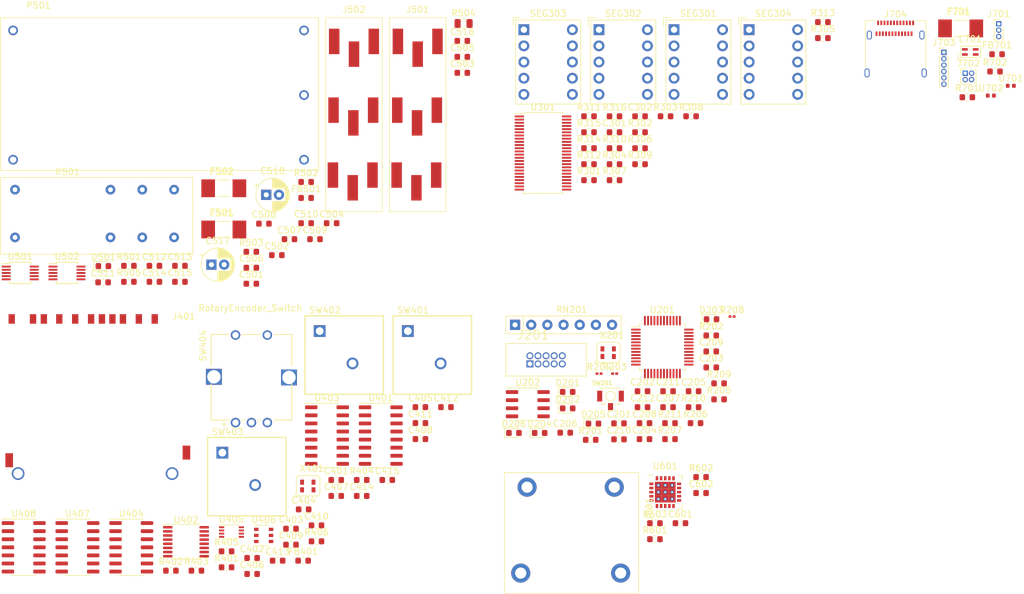
<source format=kicad_pcb>
(kicad_pcb (version 20171130) (host pcbnew "(5.1.6)-1")
  (layers (0 F.Cu signal) (1 In1.Cu signal) (2 In2.Cu signal) (31 B.Cu signal) (34 B.Paste user) (35 F.Paste user) (36 B.SilkS user) (37 F.SilkS user) (38 B.Mask user) (39 F.Mask user) (44 Edge.Cuts user))
  (net 0 "")
  (net 1 GND)
  (net 2 "Net-(C201-Pad1)")
  (net 3 +3V3)
  (net 4 "Net-(C203-Pad2)")
  (net 5 /HumanInterface/SW3)
  (net 6 /HumanInterface/SW2)
  (net 7 /HumanInterface/SW1)
  (net 8 /HumanInterface/SW_BTN)
  (net 9 +3.3VA)
  (net 10 /MainsPower/3V3_REG_OUT)
  (net 11 "Net-(C509-Pad2)")
  (net 12 "Net-(C509-Pad1)")
  (net 13 /Microcontroller/DLED0)
  (net 14 "Net-(D201-Pad1)")
  (net 15 /Microcontroller/DLED1)
  (net 16 "Net-(D202-Pad1)")
  (net 17 /Microcontroller/DLED2)
  (net 18 "Net-(D203-Pad1)")
  (net 19 /Microcontroller/DLED3)
  (net 20 "Net-(D204-Pad1)")
  (net 21 /Microcontroller/DLED4)
  (net 22 "Net-(D205-Pad1)")
  (net 23 /Microcontroller/DLED5)
  (net 24 "Net-(D206-Pad1)")
  (net 25 "Net-(D501-Pad2)")
  (net 26 "Net-(FB401-Pad1)")
  (net 27 "Net-(FB701-Pad2)")
  (net 28 /HumanInterface/SD_WR_PROT)
  (net 29 /HumanInterface/SD_DET)
  (net 30 "Net-(J401-Pad9)")
  (net 31 "Net-(J401-Pad8)")
  (net 32 /HumanInterface/SPI_MISO)
  (net 33 /HumanInterface/SPI_SCK)
  (net 34 /HumanInterface/SPI_MOSI)
  (net 35 /HumanInterface/SPI_NSS)
  (net 36 "Net-(J601-Pad2)")
  (net 37 "Net-(J601-Pad1)")
  (net 38 "Net-(J701-Pad3)")
  (net 39 "Net-(J701-Pad2)")
  (net 40 /Communication/UART_TX)
  (net 41 /Communication/UART_RX)
  (net 42 /Communication/UART_RTS)
  (net 43 /Communication/UART_CTS)
  (net 44 "Net-(F701-Pad1)")
  (net 45 "Net-(J704-PadB8)")
  (net 46 "Net-(J704-PadA7)")
  (net 47 "Net-(J704-PadA6)")
  (net 48 "Net-(J704-PadB5)")
  (net 49 "Net-(J704-PadA8)")
  (net 50 "Net-(J704-PadA5)")
  (net 51 "Net-(K501-Pad8)")
  (net 52 "Net-(K501-Pad7)")
  (net 53 "Net-(F502-Pad2)")
  (net 54 /MainsPower/LN_OUT)
  (net 55 "Net-(K501-Pad2)")
  (net 56 "Net-(K501-Pad1)")
  (net 57 /Communication/USB_DP)
  (net 58 /Communication/USB_DM)
  (net 59 "Net-(P501-Pad3)")
  (net 60 "Net-(F501-Pad1)")
  (net 61 /MainsPower/VACN)
  (net 62 /Microcontroller/~RST)
  (net 63 "Net-(R203-Pad2)")
  (net 64 /Communication/CANH)
  (net 65 /Microcontroller/BOOT0)
  (net 66 "Net-(R206-Pad1)")
  (net 67 /Communication/CANL)
  (net 68 /Microcontroller/CAN_SIL)
  (net 69 /Display/I2C_SCL)
  (net 70 /Display/I2C_SDA)
  (net 71 "Net-(R301-Pad2)")
  (net 72 /Display/SEG0)
  (net 73 "Net-(R302-Pad2)")
  (net 74 /Display/SEG1)
  (net 75 "Net-(R303-Pad2)")
  (net 76 /Display/SEG2)
  (net 77 "Net-(R304-Pad2)")
  (net 78 /Display/SEG3)
  (net 79 "Net-(R305-Pad2)")
  (net 80 /Display/SEG4)
  (net 81 "Net-(R306-Pad2)")
  (net 82 /Display/SEG5)
  (net 83 "Net-(R307-Pad2)")
  (net 84 /Display/SEG6)
  (net 85 "Net-(R308-Pad2)")
  (net 86 /Display/SEG7)
  (net 87 "Net-(R309-Pad2)")
  (net 88 /Display/SEG8)
  (net 89 "Net-(R310-Pad2)")
  (net 90 /Display/SEG9)
  (net 91 "Net-(R311-Pad2)")
  (net 92 /Display/SEG10)
  (net 93 "Net-(R312-Pad2)")
  (net 94 /Display/SEG11)
  (net 95 "Net-(R313-Pad2)")
  (net 96 /Display/SEG12)
  (net 97 "Net-(R314-Pad2)")
  (net 98 /Display/SEG13)
  (net 99 "Net-(R315-Pad2)")
  (net 100 /Display/SEG14)
  (net 101 "Net-(R316-Pad2)")
  (net 102 /Display/SEG15)
  (net 103 /HumanInterface/CHANB)
  (net 104 /HumanInterface/CHANA)
  (net 105 /MainsPower/RELAY_SET)
  (net 106 "Net-(R601-Pad2)")
  (net 107 /Microcontroller/CAN_TX)
  (net 108 /Microcontroller/CAN_RX)
  (net 109 "Net-(U201-Pad42)")
  (net 110 /MainsPower/CURRENT_ALRT)
  (net 111 /Microcontroller/TRACESWO)
  (net 112 /Microcontroller/SWCLK)
  (net 113 /Microcontroller/SWDIO)
  (net 114 "Net-(U201-Pad31)")
  (net 115 "Net-(U201-Pad6)")
  (net 116 /Microcontroller/OSC_IN)
  (net 117 "Net-(U201-Pad4)")
  (net 118 "Net-(U201-Pad3)")
  (net 119 "Net-(U301-Pad48)")
  (net 120 "Net-(U301-Pad47)")
  (net 121 "Net-(U301-Pad46)")
  (net 122 "Net-(U301-Pad45)")
  (net 123 "Net-(U301-Pad44)")
  (net 124 "Net-(U301-Pad43)")
  (net 125 "Net-(U301-Pad42)")
  (net 126 "Net-(U301-Pad41)")
  (net 127 "Net-(U301-Pad40)")
  (net 128 "Net-(U301-Pad39)")
  (net 129 "Net-(U301-Pad38)")
  (net 130 "Net-(U301-Pad37)")
  (net 131 "Net-(U301-Pad36)")
  (net 132 "Net-(U301-Pad35)")
  (net 133 "Net-(U301-Pad34)")
  (net 134 "Net-(U301-Pad14)")
  (net 135 /Display/COM3)
  (net 136 /Display/COM2)
  (net 137 /Display/COM1)
  (net 138 /Display/COM0)
  (net 139 "Net-(U301-Pad5)")
  (net 140 "Net-(U301-Pad4)")
  (net 141 "Net-(U301-Pad3)")
  (net 142 "Net-(U301-Pad2)")
  (net 143 "Net-(U301-Pad1)")
  (net 144 "Net-(U401-Pad12)")
  (net 145 /HumanInterface/CNT3)
  (net 146 /HumanInterface/CNT2)
  (net 147 /HumanInterface/CNT_UP)
  (net 148 /HumanInterface/CNT_DN)
  (net 149 /HumanInterface/CNT0)
  (net 150 /HumanInterface/CNT1)
  (net 151 "Net-(U402-Pad13)")
  (net 152 /HumanInterface/CNT7)
  (net 153 /HumanInterface/CNT6)
  (net 154 /HumanInterface/CNT5)
  (net 155 /HumanInterface/CNT4)
  (net 156 "Net-(U403-Pad12)")
  (net 157 "Net-(U401-Pad~)")
  (net 158 /HumanInterface/PSB)
  (net 159 "Net-(U404-Pad12)")
  (net 160 /HumanInterface/LGC_CLK)
  (net 161 "Net-(U404-Pad10)")
  (net 162 "Net-(U404-Pad8)")
  (net 163 "Net-(U404-Pad6)")
  (net 164 "Net-(U404-Pad4)")
  (net 165 "Net-(U404-Pad2)")
  (net 166 /HumanInterface/PSA)
  (net 167 "Net-(U405-Pad7)")
  (net 168 "Net-(U405-Pad2)")
  (net 169 "Net-(U405-Pad5)")
  (net 170 "Net-(U405-Pad3)")
  (net 171 "Net-(U405-Pad1)")
  (net 172 "Net-(U407-Pad13)")
  (net 173 "Net-(U407-Pad12)")
  (net 174 "Net-(U408-Pad12)")
  (net 175 "Net-(U408-Pad10)")
  (net 176 "Net-(U408-Pad8)")
  (net 177 "Net-(U408-Pad6)")
  (net 178 "Net-(U408-Pad4)")
  (net 179 "Net-(U408-Pad2)")
  (net 180 "Net-(U601-Pad15)")
  (net 181 "Net-(U601-Pad14)")
  (net 182 "Net-(U601-Pad12)")
  (net 183 "Net-(U601-Pad11)")
  (net 184 "Net-(U601-Pad9)")
  (net 185 "Net-(U601-Pad7)")
  (net 186 GNDPWR)
  (net 187 /MainsPower/VACL)
  (net 188 "Net-(J201-Pad4)")
  (net 189 "Net-(J201-Pad7)")
  (net 190 /Microcontroller/SWDCLK)
  (net 191 +5V)
  (module ReflowOven:KC2016Z48.0000C15XXK (layer F.Cu) (at 120.469 125.221)
    (fp_text reference X401 (at 0.4 -2.8) (layer F.SilkS))
    (fp_text value OSC_4PIN)
    (pad 3 smd rect (at 0.695 -0.655) (size 0.6 0.8) (layers F.Cu F.Paste F.Mask) (net 160 /HumanInterface/LGC_CLK))
    (pad 4 smd rect (at -1.105 -0.655) (size 0.6 0.8) (layers F.Cu F.Paste F.Mask) (net 3 +3V3))
    (pad 1 smd rect (at -1.105 0.545) (size 0.6 0.8) (layers F.Cu F.Paste F.Mask) (net 3 +3V3))
    (pad 2 smd rect (at 0.695 0.545) (size 0.6 0.8) (layers F.Cu F.Paste F.Mask) (net 1 GND))
  )
  (module ReflowOven:KC2016Z48.0000C15XXK (layer F.Cu) (at 167.669 104.271)
    (fp_text reference X201 (at 0.4 -2.8) (layer F.SilkS))
    (fp_text value OSC_4PIN)
    (pad 3 smd rect (at 0.695 -0.655) (size 0.6 0.8) (layers F.Cu F.Paste F.Mask) (net 116 /Microcontroller/OSC_IN))
    (pad 4 smd rect (at -1.105 -0.655) (size 0.6 0.8) (layers F.Cu F.Paste F.Mask) (net 3 +3V3))
    (pad 1 smd rect (at -1.105 0.545) (size 0.6 0.8) (layers F.Cu F.Paste F.Mask) (net 3 +3V3))
    (pad 2 smd rect (at 0.695 0.545) (size 0.6 0.8) (layers F.Cu F.Paste F.Mask) (net 1 GND))
  )
  (module Diode_SMD:D_0402_1005Metric (layer F.Cu) (at 227.599 63.816)
    (fp_text reference U702 (at 0 -1.17) (layer F.SilkS))
    (fp_text value TPD1E05U06PYR)
    (pad 2 smd roundrect (at 0.485 0) (size 0.59 0.64) (layers F.Cu F.Paste F.Mask) (net 1 GND))
    (pad 1 smd roundrect (at -0.485 0) (size 0.59 0.64) (layers F.Cu F.Paste F.Mask) (net 58 /Communication/USB_DM))
  )
  (module Diode_SMD:D_0402_1005Metric (layer F.Cu) (at 230.739 62.276)
    (fp_text reference U701 (at 0 -1.17) (layer F.SilkS))
    (fp_text value TPD1E05U06PYR)
    (pad 2 smd roundrect (at 0.485 0) (size 0.59 0.64) (layers F.Cu F.Paste F.Mask) (net 1 GND))
    (pad 1 smd roundrect (at -0.485 0) (size 0.59 0.64) (layers F.Cu F.Paste F.Mask) (net 57 /Communication/USB_DP))
  )
  (module ReflowOven:QFN-20_EP_5x5_Pitch0.65mm (layer F.Cu) (at 176.434 126.126)
    (fp_text reference U601 (at 0 -4.1) (layer F.SilkS))
    (fp_text value MCP96RL01T)
    (pad 21 thru_hole circle (at 1.083333 1.083333) (size 0.541666 0.541666) (drill 0.270833) (layers *.Cu *.Mask))
    (pad 21 thru_hole circle (at 1.083333 0) (size 0.541666 0.541666) (drill 0.270833) (layers *.Cu *.Mask))
    (pad 21 thru_hole circle (at 1.083333 -1.083333) (size 0.541666 0.541666) (drill 0.270833) (layers *.Cu *.Mask))
    (pad 21 thru_hole circle (at 0 1.083333) (size 0.541666 0.541666) (drill 0.270833) (layers *.Cu *.Mask))
    (pad 21 thru_hole circle (at 0 0) (size 0.541666 0.541666) (drill 0.270833) (layers *.Cu *.Mask))
    (pad 21 thru_hole circle (at 0 -1.083333) (size 0.541666 0.541666) (drill 0.270833) (layers *.Cu *.Mask))
    (pad 21 thru_hole circle (at -1.083333 1.083333) (size 0.541666 0.541666) (drill 0.270833) (layers *.Cu *.Mask))
    (pad 21 thru_hole circle (at -1.083333 0) (size 0.541666 0.541666) (drill 0.270833) (layers *.Cu *.Mask))
    (pad 21 thru_hole circle (at -1.083333 -1.083333) (size 0.541666 0.541666) (drill 0.270833) (layers *.Cu *.Mask))
    (pad 21 smd rect (at 1.083333 1.083333) (size 1.083333 1.083333) (layers F.Cu F.Paste F.Mask))
    (pad 21 smd rect (at 1.083333 0) (size 1.083333 1.083333) (layers F.Cu F.Paste F.Mask))
    (pad 21 smd rect (at 1.083333 -1.083333) (size 1.083333 1.083333) (layers F.Cu F.Paste F.Mask))
    (pad 21 smd rect (at 0 1.083333) (size 1.083333 1.083333) (layers F.Cu F.Paste F.Mask))
    (pad 21 smd rect (at 0 0) (size 1.083333 1.083333) (layers F.Cu F.Paste F.Mask))
    (pad 21 smd rect (at 0 -1.083333) (size 1.083333 1.083333) (layers F.Cu F.Paste F.Mask))
    (pad 21 smd rect (at -1.083333 1.083333) (size 1.083333 1.083333) (layers F.Cu F.Paste F.Mask))
    (pad 21 smd rect (at -1.083333 0) (size 1.083333 1.083333) (layers F.Cu F.Paste F.Mask))
    (pad 21 smd rect (at -1.083333 -1.083333) (size 1.083333 1.083333) (layers F.Cu F.Paste F.Mask))
    (pad 20 smd rect (at -1.3 -2.175) (size 0.4 0.65) (layers F.Cu F.Paste F.Mask) (net 70 /Display/I2C_SDA))
    (pad 19 smd rect (at -0.65 -2.175) (size 0.4 0.65) (layers F.Cu F.Paste F.Mask) (net 69 /Display/I2C_SCL))
    (pad 18 smd rect (at 0 -2.175) (size 0.4 0.65) (layers F.Cu F.Paste F.Mask) (net 1 GND))
    (pad 17 smd rect (at 0.65 -2.175) (size 0.4 0.65) (layers F.Cu F.Paste F.Mask) (net 1 GND))
    (pad 16 smd rect (at 1.3 -2.175) (size 0.4 0.65) (layers F.Cu F.Paste F.Mask) (net 1 GND))
    (pad 15 smd rect (at 2.175 -1.3 90) (size 0.4 0.65) (layers F.Cu F.Paste F.Mask) (net 180 "Net-(U601-Pad15)"))
    (pad 14 smd rect (at 2.175 -0.65 90) (size 0.4 0.65) (layers F.Cu F.Paste F.Mask) (net 181 "Net-(U601-Pad14)"))
    (pad 13 smd rect (at 2.175 0 90) (size 0.4 0.65) (layers F.Cu F.Paste F.Mask) (net 1 GND))
    (pad 12 smd rect (at 2.175 0.65 90) (size 0.4 0.65) (layers F.Cu F.Paste F.Mask) (net 182 "Net-(U601-Pad12)"))
    (pad 11 smd rect (at 2.175 1.3 90) (size 0.4 0.65) (layers F.Cu F.Paste F.Mask) (net 183 "Net-(U601-Pad11)"))
    (pad 10 smd rect (at 1.3 2.175) (size 0.4 0.65) (layers F.Cu F.Paste F.Mask) (net 1 GND))
    (pad 9 smd rect (at 0.65 2.175) (size 0.4 0.65) (layers F.Cu F.Paste F.Mask) (net 184 "Net-(U601-Pad9)"))
    (pad 8 smd rect (at 0 2.175) (size 0.4 0.65) (layers F.Cu F.Paste F.Mask) (net 9 +3.3VA))
    (pad 7 smd rect (at -0.65 2.175) (size 0.4 0.65) (layers F.Cu F.Paste F.Mask) (net 185 "Net-(U601-Pad7)"))
    (pad 6 smd rect (at -1.3 2.175) (size 0.4 0.65) (layers F.Cu F.Paste F.Mask) (net 106 "Net-(R601-Pad2)"))
    (pad 5 smd rect (at -2.175 1.3 90) (size 0.4 0.65) (layers F.Cu F.Paste F.Mask) (net 1 GND))
    (pad 4 smd rect (at -2.175 0.65 90) (size 0.4 0.65) (layers F.Cu F.Paste F.Mask) (net 36 "Net-(J601-Pad2)"))
    (pad 3 smd rect (at -2.175 0 90) (size 0.4 0.65) (layers F.Cu F.Paste F.Mask) (net 1 GND))
    (pad 2 smd rect (at -2.175 -0.65 90) (size 0.4 0.65) (layers F.Cu F.Paste F.Mask) (net 37 "Net-(J601-Pad1)"))
    (pad 1 smd rect (at -2.175 -1.3 90) (size 0.4 0.65) (layers F.Cu F.Paste F.Mask) (net 1 GND))
  )
  (module Package_SO:MSOP-10_3x3mm_P0.5mm (layer F.Cu) (at 82.424 91.686)
    (fp_text reference U502 (at 0 -2.6) (layer F.SilkS))
    (fp_text value INA226)
    (pad 10 smd rect (at 2.2 -1) (size 1.4 0.3) (layers F.Cu F.Paste F.Mask) (net 11 "Net-(C509-Pad2)"))
    (pad 9 smd rect (at 2.2 -0.5) (size 1.4 0.3) (layers F.Cu F.Paste F.Mask) (net 12 "Net-(C509-Pad1)"))
    (pad 8 smd rect (at 2.2 0) (size 1.4 0.3) (layers F.Cu F.Paste F.Mask) (net 10 /MainsPower/3V3_REG_OUT))
    (pad 7 smd rect (at 2.2 0.5) (size 1.4 0.3) (layers F.Cu F.Paste F.Mask) (net 1 GND))
    (pad 6 smd rect (at 2.2 1) (size 1.4 0.3) (layers F.Cu F.Paste F.Mask) (net 10 /MainsPower/3V3_REG_OUT))
    (pad 5 smd rect (at -2.2 1) (size 1.4 0.3) (layers F.Cu F.Paste F.Mask) (net 69 /Display/I2C_SCL))
    (pad 4 smd rect (at -2.2 0.5) (size 1.4 0.3) (layers F.Cu F.Paste F.Mask) (net 70 /Display/I2C_SDA))
    (pad 3 smd rect (at -2.2 0) (size 1.4 0.3) (layers F.Cu F.Paste F.Mask) (net 110 /MainsPower/CURRENT_ALRT))
    (pad 2 smd rect (at -2.2 -0.5) (size 1.4 0.3) (layers F.Cu F.Paste F.Mask) (net 10 /MainsPower/3V3_REG_OUT))
    (pad 1 smd rect (at -2.2 -1) (size 1.4 0.3) (layers F.Cu F.Paste F.Mask) (net 10 /MainsPower/3V3_REG_OUT))
  )
  (module Package_SO:MSOP-10_3x3mm_P0.5mm (layer F.Cu) (at 75.074 91.686)
    (fp_text reference U501 (at 0 -2.6) (layer F.SilkS))
    (fp_text value MAX4684_5)
    (pad 10 smd rect (at 2.2 -1) (size 1.4 0.3) (layers F.Cu F.Paste F.Mask) (net 3 +3V3))
    (pad 9 smd rect (at 2.2 -0.5) (size 1.4 0.3) (layers F.Cu F.Paste F.Mask) (net 51 "Net-(K501-Pad8)"))
    (pad 8 smd rect (at 2.2 0) (size 1.4 0.3) (layers F.Cu F.Paste F.Mask) (net 105 /MainsPower/RELAY_SET))
    (pad 7 smd rect (at 2.2 0.5) (size 1.4 0.3) (layers F.Cu F.Paste F.Mask) (net 1 GND))
    (pad 6 smd rect (at 2.2 1) (size 1.4 0.3) (layers F.Cu F.Paste F.Mask) (net 1 GND))
    (pad 5 smd rect (at -2.2 1) (size 1.4 0.3) (layers F.Cu F.Paste F.Mask) (net 3 +3V3))
    (pad 4 smd rect (at -2.2 0.5) (size 1.4 0.3) (layers F.Cu F.Paste F.Mask) (net 105 /MainsPower/RELAY_SET))
    (pad 3 smd rect (at -2.2 0) (size 1.4 0.3) (layers F.Cu F.Paste F.Mask) (net 56 "Net-(K501-Pad1)"))
    (pad 2 smd rect (at -2.2 -0.5) (size 1.4 0.3) (layers F.Cu F.Paste F.Mask) (net 1 GND))
    (pad 1 smd rect (at -2.2 -1) (size 1.4 0.3) (layers F.Cu F.Paste F.Mask) (net 3 +3V3))
  )
  (module Package_SO:SOIC-14_3.9x8.7mm_P1.27mm (layer F.Cu) (at 75.624 134.796)
    (fp_text reference U408 (at 0 -5.28) (layer F.SilkS))
    (fp_text value HEF4013B)
    (pad 14 smd roundrect (at 2.475 -3.81) (size 1.95 0.6) (layers F.Cu F.Paste F.Mask) (net 3 +3V3))
    (pad 13 smd roundrect (at 2.475 -2.54) (size 1.95 0.6) (layers F.Cu F.Paste F.Mask) (net 148 /HumanInterface/CNT_DN))
    (pad 12 smd roundrect (at 2.475 -1.27) (size 1.95 0.6) (layers F.Cu F.Paste F.Mask) (net 174 "Net-(U408-Pad12)"))
    (pad 11 smd roundrect (at 2.475 0) (size 1.95 0.6) (layers F.Cu F.Paste F.Mask) (net 160 /HumanInterface/LGC_CLK))
    (pad 10 smd roundrect (at 2.475 1.27) (size 1.95 0.6) (layers F.Cu F.Paste F.Mask) (net 175 "Net-(U408-Pad10)"))
    (pad 9 smd roundrect (at 2.475 2.54) (size 1.95 0.6) (layers F.Cu F.Paste F.Mask) (net 170 "Net-(U405-Pad3)"))
    (pad 8 smd roundrect (at 2.475 3.81) (size 1.95 0.6) (layers F.Cu F.Paste F.Mask) (net 176 "Net-(U408-Pad8)"))
    (pad 7 smd roundrect (at -2.475 3.81) (size 1.95 0.6) (layers F.Cu F.Paste F.Mask) (net 1 GND))
    (pad 6 smd roundrect (at -2.475 2.54) (size 1.95 0.6) (layers F.Cu F.Paste F.Mask) (net 177 "Net-(U408-Pad6)"))
    (pad 5 smd roundrect (at -2.475 1.27) (size 1.95 0.6) (layers F.Cu F.Paste F.Mask) (net 167 "Net-(U405-Pad7)"))
    (pad 4 smd roundrect (at -2.475 0) (size 1.95 0.6) (layers F.Cu F.Paste F.Mask) (net 178 "Net-(U408-Pad4)"))
    (pad 3 smd roundrect (at -2.475 -1.27) (size 1.95 0.6) (layers F.Cu F.Paste F.Mask) (net 160 /HumanInterface/LGC_CLK))
    (pad 2 smd roundrect (at -2.475 -2.54) (size 1.95 0.6) (layers F.Cu F.Paste F.Mask) (net 179 "Net-(U408-Pad2)"))
    (pad 1 smd roundrect (at -2.475 -3.81) (size 1.95 0.6) (layers F.Cu F.Paste F.Mask) (net 147 /HumanInterface/CNT_UP))
  )
  (module Package_SO:SOIC-14_3.9x8.7mm_P1.27mm (layer F.Cu) (at 84.074 134.796)
    (fp_text reference U407 (at 0 -5.28) (layer F.SilkS))
    (fp_text value 74HC86D)
    (pad 14 smd roundrect (at 2.475 -3.81) (size 1.95 0.6) (layers F.Cu F.Paste F.Mask) (net 3 +3V3))
    (pad 13 smd roundrect (at 2.475 -2.54) (size 1.95 0.6) (layers F.Cu F.Paste F.Mask) (net 172 "Net-(U407-Pad13)"))
    (pad 12 smd roundrect (at 2.475 -1.27) (size 1.95 0.6) (layers F.Cu F.Paste F.Mask) (net 173 "Net-(U407-Pad12)"))
    (pad 11 smd roundrect (at 2.475 0) (size 1.95 0.6) (layers F.Cu F.Paste F.Mask) (net 168 "Net-(U405-Pad2)"))
    (pad 10 smd roundrect (at 2.475 1.27) (size 1.95 0.6) (layers F.Cu F.Paste F.Mask) (net 103 /HumanInterface/CHANB))
    (pad 9 smd roundrect (at 2.475 2.54) (size 1.95 0.6) (layers F.Cu F.Paste F.Mask) (net 104 /HumanInterface/CHANA))
    (pad 8 smd roundrect (at 2.475 3.81) (size 1.95 0.6) (layers F.Cu F.Paste F.Mask) (net 173 "Net-(U407-Pad12)"))
    (pad 7 smd roundrect (at -2.475 3.81) (size 1.95 0.6) (layers F.Cu F.Paste F.Mask) (net 1 GND))
    (pad 6 smd roundrect (at -2.475 2.54) (size 1.95 0.6) (layers F.Cu F.Paste F.Mask) (net 171 "Net-(U405-Pad1)"))
    (pad 5 smd roundrect (at -2.475 1.27) (size 1.95 0.6) (layers F.Cu F.Paste F.Mask) (net 166 /HumanInterface/PSA))
    (pad 4 smd roundrect (at -2.475 0) (size 1.95 0.6) (layers F.Cu F.Paste F.Mask) (net 104 /HumanInterface/CHANA))
    (pad 3 smd roundrect (at -2.475 -1.27) (size 1.95 0.6) (layers F.Cu F.Paste F.Mask) (net 172 "Net-(U407-Pad13)"))
    (pad 2 smd roundrect (at -2.475 -2.54) (size 1.95 0.6) (layers F.Cu F.Paste F.Mask) (net 158 /HumanInterface/PSB))
    (pad 1 smd roundrect (at -2.475 -3.81) (size 1.95 0.6) (layers F.Cu F.Paste F.Mask) (net 166 /HumanInterface/PSA))
  )
  (module Package_SO:TSOP-6_1.65x3.05mm_P0.95mm (layer F.Cu) (at 113.334 132.926)
    (fp_text reference U406 (at 0 -2.45) (layer F.SilkS))
    (fp_text value 74LVC2G14)
    (pad 6 smd rect (at 1.16 -0.95) (size 0.7 0.51) (layers F.Cu F.Paste F.Mask) (net 167 "Net-(U405-Pad7)"))
    (pad 5 smd rect (at 1.16 0) (size 0.7 0.51) (layers F.Cu F.Paste F.Mask) (net 3 +3V3))
    (pad 4 smd rect (at 1.16 0.95) (size 0.7 0.51) (layers F.Cu F.Paste F.Mask))
    (pad 3 smd rect (at -1.16 0.95) (size 0.7 0.51) (layers F.Cu F.Paste F.Mask))
    (pad 2 smd rect (at -1.16 0) (size 0.7 0.51) (layers F.Cu F.Paste F.Mask) (net 1 GND))
    (pad 1 smd rect (at -1.16 -0.95) (size 0.7 0.51) (layers F.Cu F.Paste F.Mask) (net 169 "Net-(U405-Pad5)"))
  )
  (module Package_SO:VSSOP-8_2.3x2mm_P0.5mm (layer F.Cu) (at 108.274 132.396)
    (fp_text reference U405 (at 0 -2) (layer F.SilkS))
    (fp_text value SN74LVC2G08)
    (pad 8 smd rect (at 1.55 -0.75 270) (size 0.3 0.8) (layers F.Cu F.Paste F.Mask) (net 3 +3V3))
    (pad 7 smd rect (at 1.55 -0.25 270) (size 0.3 0.8) (layers F.Cu F.Paste F.Mask) (net 167 "Net-(U405-Pad7)"))
    (pad 6 smd rect (at 1.55 0.25 270) (size 0.3 0.8) (layers F.Cu F.Paste F.Mask) (net 168 "Net-(U405-Pad2)"))
    (pad 5 smd rect (at 1.55 0.75 270) (size 0.3 0.8) (layers F.Cu F.Paste F.Mask) (net 169 "Net-(U405-Pad5)"))
    (pad 4 smd rect (at -1.55 0.75 270) (size 0.3 0.8) (layers F.Cu F.Paste F.Mask) (net 1 GND))
    (pad 3 smd rect (at -1.55 0.25 270) (size 0.3 0.8) (layers F.Cu F.Paste F.Mask) (net 170 "Net-(U405-Pad3)"))
    (pad 2 smd rect (at -1.55 -0.25 270) (size 0.3 0.8) (layers F.Cu F.Paste F.Mask) (net 168 "Net-(U405-Pad2)"))
    (pad 1 smd rect (at -1.55 -0.75 270) (size 0.3 0.8) (layers F.Cu F.Paste F.Mask) (net 171 "Net-(U405-Pad1)"))
  )
  (module Package_SO:SOIC-14_3.9x8.7mm_P1.27mm (layer F.Cu) (at 92.524 134.796)
    (fp_text reference U404 (at 0 -5.28) (layer F.SilkS))
    (fp_text value HEF4013B)
    (pad 14 smd roundrect (at 2.475 -3.81) (size 1.95 0.6) (layers F.Cu F.Paste F.Mask) (net 3 +3V3))
    (pad 13 smd roundrect (at 2.475 -2.54) (size 1.95 0.6) (layers F.Cu F.Paste F.Mask) (net 158 /HumanInterface/PSB))
    (pad 12 smd roundrect (at 2.475 -1.27) (size 1.95 0.6) (layers F.Cu F.Paste F.Mask) (net 159 "Net-(U404-Pad12)"))
    (pad 11 smd roundrect (at 2.475 0) (size 1.95 0.6) (layers F.Cu F.Paste F.Mask) (net 160 /HumanInterface/LGC_CLK))
    (pad 10 smd roundrect (at 2.475 1.27) (size 1.95 0.6) (layers F.Cu F.Paste F.Mask) (net 161 "Net-(U404-Pad10)"))
    (pad 9 smd roundrect (at 2.475 2.54) (size 1.95 0.6) (layers F.Cu F.Paste F.Mask) (net 103 /HumanInterface/CHANB))
    (pad 8 smd roundrect (at 2.475 3.81) (size 1.95 0.6) (layers F.Cu F.Paste F.Mask) (net 162 "Net-(U404-Pad8)"))
    (pad 7 smd roundrect (at -2.475 3.81) (size 1.95 0.6) (layers F.Cu F.Paste F.Mask) (net 1 GND))
    (pad 6 smd roundrect (at -2.475 2.54) (size 1.95 0.6) (layers F.Cu F.Paste F.Mask) (net 163 "Net-(U404-Pad6)"))
    (pad 5 smd roundrect (at -2.475 1.27) (size 1.95 0.6) (layers F.Cu F.Paste F.Mask) (net 104 /HumanInterface/CHANA))
    (pad 4 smd roundrect (at -2.475 0) (size 1.95 0.6) (layers F.Cu F.Paste F.Mask) (net 164 "Net-(U404-Pad4)"))
    (pad 3 smd roundrect (at -2.475 -1.27) (size 1.95 0.6) (layers F.Cu F.Paste F.Mask) (net 160 /HumanInterface/LGC_CLK))
    (pad 2 smd roundrect (at -2.475 -2.54) (size 1.95 0.6) (layers F.Cu F.Paste F.Mask) (net 165 "Net-(U404-Pad2)"))
    (pad 1 smd roundrect (at -2.475 -3.81) (size 1.95 0.6) (layers F.Cu F.Paste F.Mask) (net 166 /HumanInterface/PSA))
  )
  (module Package_SO:SOIC-16_3.9x9.9mm_P1.27mm (layer F.Cu) (at 123.284 117.236)
    (fp_text reference U403 (at 0 -5.9) (layer F.SilkS))
    (fp_text value 74HC193)
    (pad 16 smd roundrect (at 2.475 -4.445) (size 1.95 0.6) (layers F.Cu F.Paste F.Mask) (net 3 +3V3))
    (pad 15 smd roundrect (at 2.475 -3.175) (size 1.95 0.6) (layers F.Cu F.Paste F.Mask) (net 1 GND))
    (pad 14 smd roundrect (at 2.475 -1.905) (size 1.95 0.6) (layers F.Cu F.Paste F.Mask) (net 1 GND))
    (pad 13 smd roundrect (at 2.475 -0.635) (size 1.95 0.6) (layers F.Cu F.Paste F.Mask))
    (pad 12 smd roundrect (at 2.475 0.635) (size 1.95 0.6) (layers F.Cu F.Paste F.Mask) (net 156 "Net-(U403-Pad12)"))
    (pad 11 smd roundrect (at 2.475 1.905) (size 1.95 0.6) (layers F.Cu F.Paste F.Mask) (net 3 +3V3))
    (pad 10 smd roundrect (at 2.475 3.175) (size 1.95 0.6) (layers F.Cu F.Paste F.Mask))
    (pad 9 smd roundrect (at 2.475 4.445) (size 1.95 0.6) (layers F.Cu F.Paste F.Mask))
    (pad 8 smd roundrect (at -2.475 4.445) (size 1.95 0.6) (layers F.Cu F.Paste F.Mask) (net 1 GND))
    (pad 7 smd roundrect (at -2.475 3.175) (size 1.95 0.6) (layers F.Cu F.Paste F.Mask) (net 152 /HumanInterface/CNT7))
    (pad 6 smd roundrect (at -2.475 1.905) (size 1.95 0.6) (layers F.Cu F.Paste F.Mask) (net 153 /HumanInterface/CNT6))
    (pad 5 smd roundrect (at -2.475 0.635) (size 1.95 0.6) (layers F.Cu F.Paste F.Mask) (net 144 "Net-(U401-Pad12)"))
    (pad 4 smd roundrect (at -2.475 -0.635) (size 1.95 0.6) (layers F.Cu F.Paste F.Mask) (net 157 "Net-(U401-Pad~)"))
    (pad 3 smd roundrect (at -2.475 -1.905) (size 1.95 0.6) (layers F.Cu F.Paste F.Mask) (net 155 /HumanInterface/CNT4))
    (pad 2 smd roundrect (at -2.475 -3.175) (size 1.95 0.6) (layers F.Cu F.Paste F.Mask) (net 154 /HumanInterface/CNT5))
    (pad 1 smd roundrect (at -2.475 -4.445) (size 1.95 0.6) (layers F.Cu F.Paste F.Mask))
  )
  (module Package_SO:TSSOP-16_4.4x5mm_P0.65mm (layer F.Cu) (at 101.124 133.916)
    (fp_text reference U402 (at 0 -3.45) (layer F.SilkS))
    (fp_text value TCA9534)
    (pad 16 smd roundrect (at 2.8625 -2.275) (size 1.475 0.4) (layers F.Cu F.Paste F.Mask) (net 3 +3V3))
    (pad 15 smd roundrect (at 2.8625 -1.625) (size 1.475 0.4) (layers F.Cu F.Paste F.Mask) (net 70 /Display/I2C_SDA))
    (pad 14 smd roundrect (at 2.8625 -0.975) (size 1.475 0.4) (layers F.Cu F.Paste F.Mask) (net 69 /Display/I2C_SCL))
    (pad 13 smd roundrect (at 2.8625 -0.325) (size 1.475 0.4) (layers F.Cu F.Paste F.Mask) (net 151 "Net-(U402-Pad13)"))
    (pad 12 smd roundrect (at 2.8625 0.325) (size 1.475 0.4) (layers F.Cu F.Paste F.Mask) (net 152 /HumanInterface/CNT7))
    (pad 11 smd roundrect (at 2.8625 0.975) (size 1.475 0.4) (layers F.Cu F.Paste F.Mask) (net 153 /HumanInterface/CNT6))
    (pad 10 smd roundrect (at 2.8625 1.625) (size 1.475 0.4) (layers F.Cu F.Paste F.Mask) (net 154 /HumanInterface/CNT5))
    (pad 9 smd roundrect (at 2.8625 2.275) (size 1.475 0.4) (layers F.Cu F.Paste F.Mask) (net 155 /HumanInterface/CNT4))
    (pad 8 smd roundrect (at -2.8625 2.275) (size 1.475 0.4) (layers F.Cu F.Paste F.Mask) (net 1 GND))
    (pad 7 smd roundrect (at -2.8625 1.625) (size 1.475 0.4) (layers F.Cu F.Paste F.Mask) (net 145 /HumanInterface/CNT3))
    (pad 6 smd roundrect (at -2.8625 0.975) (size 1.475 0.4) (layers F.Cu F.Paste F.Mask) (net 146 /HumanInterface/CNT2))
    (pad 5 smd roundrect (at -2.8625 0.325) (size 1.475 0.4) (layers F.Cu F.Paste F.Mask) (net 150 /HumanInterface/CNT1))
    (pad 4 smd roundrect (at -2.8625 -0.325) (size 1.475 0.4) (layers F.Cu F.Paste F.Mask) (net 149 /HumanInterface/CNT0))
    (pad 3 smd roundrect (at -2.8625 -0.975) (size 1.475 0.4) (layers F.Cu F.Paste F.Mask) (net 1 GND))
    (pad 2 smd roundrect (at -2.8625 -1.625) (size 1.475 0.4) (layers F.Cu F.Paste F.Mask) (net 1 GND))
    (pad 1 smd roundrect (at -2.8625 -2.275) (size 1.475 0.4) (layers F.Cu F.Paste F.Mask) (net 1 GND))
  )
  (module Package_SO:SOIC-16_3.9x9.9mm_P1.27mm (layer F.Cu) (at 131.734 117.236)
    (fp_text reference U401 (at 0 -5.9) (layer F.SilkS))
    (fp_text value 74HC193)
    (pad 16 smd roundrect (at 2.475 -4.445) (size 1.95 0.6) (layers F.Cu F.Paste F.Mask) (net 3 +3V3))
    (pad 15 smd roundrect (at 2.475 -3.175) (size 1.95 0.6) (layers F.Cu F.Paste F.Mask) (net 1 GND))
    (pad 14 smd roundrect (at 2.475 -1.905) (size 1.95 0.6) (layers F.Cu F.Paste F.Mask) (net 1 GND))
    (pad 13 smd roundrect (at 2.475 -0.635) (size 1.95 0.6) (layers F.Cu F.Paste F.Mask))
    (pad 12 smd roundrect (at 2.475 0.635) (size 1.95 0.6) (layers F.Cu F.Paste F.Mask) (net 144 "Net-(U401-Pad12)"))
    (pad 11 smd roundrect (at 2.475 1.905) (size 1.95 0.6) (layers F.Cu F.Paste F.Mask) (net 3 +3V3))
    (pad 10 smd roundrect (at 2.475 3.175) (size 1.95 0.6) (layers F.Cu F.Paste F.Mask))
    (pad 9 smd roundrect (at 2.475 4.445) (size 1.95 0.6) (layers F.Cu F.Paste F.Mask))
    (pad 8 smd roundrect (at -2.475 4.445) (size 1.95 0.6) (layers F.Cu F.Paste F.Mask) (net 1 GND))
    (pad 7 smd roundrect (at -2.475 3.175) (size 1.95 0.6) (layers F.Cu F.Paste F.Mask) (net 145 /HumanInterface/CNT3))
    (pad 6 smd roundrect (at -2.475 1.905) (size 1.95 0.6) (layers F.Cu F.Paste F.Mask) (net 146 /HumanInterface/CNT2))
    (pad 5 smd roundrect (at -2.475 0.635) (size 1.95 0.6) (layers F.Cu F.Paste F.Mask) (net 147 /HumanInterface/CNT_UP))
    (pad 4 smd roundrect (at -2.475 -0.635) (size 1.95 0.6) (layers F.Cu F.Paste F.Mask) (net 148 /HumanInterface/CNT_DN))
    (pad 3 smd roundrect (at -2.475 -1.905) (size 1.95 0.6) (layers F.Cu F.Paste F.Mask) (net 149 /HumanInterface/CNT0))
    (pad 2 smd roundrect (at -2.475 -3.175) (size 1.95 0.6) (layers F.Cu F.Paste F.Mask) (net 150 /HumanInterface/CNT1))
    (pad 1 smd roundrect (at -2.475 -4.445) (size 1.95 0.6) (layers F.Cu F.Paste F.Mask))
  )
  (module Package_SO:TSSOP-48_6.1x12.5mm_P0.5mm (layer F.Cu) (at 157.224 72.836)
    (fp_text reference U301 (at 0 -7.2) (layer F.SilkS))
    (fp_text value PCF5331ATT_AJ)
    (pad 48 smd roundrect (at 3.7125 -5.75) (size 1.475 0.3) (layers F.Cu F.Paste F.Mask) (net 119 "Net-(U301-Pad48)"))
    (pad 47 smd roundrect (at 3.7125 -5.25) (size 1.475 0.3) (layers F.Cu F.Paste F.Mask) (net 120 "Net-(U301-Pad47)"))
    (pad 46 smd roundrect (at 3.7125 -4.75) (size 1.475 0.3) (layers F.Cu F.Paste F.Mask) (net 121 "Net-(U301-Pad46)"))
    (pad 45 smd roundrect (at 3.7125 -4.25) (size 1.475 0.3) (layers F.Cu F.Paste F.Mask) (net 122 "Net-(U301-Pad45)"))
    (pad 44 smd roundrect (at 3.7125 -3.75) (size 1.475 0.3) (layers F.Cu F.Paste F.Mask) (net 123 "Net-(U301-Pad44)"))
    (pad 43 smd roundrect (at 3.7125 -3.25) (size 1.475 0.3) (layers F.Cu F.Paste F.Mask) (net 124 "Net-(U301-Pad43)"))
    (pad 42 smd roundrect (at 3.7125 -2.75) (size 1.475 0.3) (layers F.Cu F.Paste F.Mask) (net 125 "Net-(U301-Pad42)"))
    (pad 41 smd roundrect (at 3.7125 -2.25) (size 1.475 0.3) (layers F.Cu F.Paste F.Mask) (net 126 "Net-(U301-Pad41)"))
    (pad 40 smd roundrect (at 3.7125 -1.75) (size 1.475 0.3) (layers F.Cu F.Paste F.Mask) (net 127 "Net-(U301-Pad40)"))
    (pad 39 smd roundrect (at 3.7125 -1.25) (size 1.475 0.3) (layers F.Cu F.Paste F.Mask) (net 128 "Net-(U301-Pad39)"))
    (pad 38 smd roundrect (at 3.7125 -0.75) (size 1.475 0.3) (layers F.Cu F.Paste F.Mask) (net 129 "Net-(U301-Pad38)"))
    (pad 37 smd roundrect (at 3.7125 -0.25) (size 1.475 0.3) (layers F.Cu F.Paste F.Mask) (net 130 "Net-(U301-Pad37)"))
    (pad 36 smd roundrect (at 3.7125 0.25) (size 1.475 0.3) (layers F.Cu F.Paste F.Mask) (net 131 "Net-(U301-Pad36)"))
    (pad 35 smd roundrect (at 3.7125 0.75) (size 1.475 0.3) (layers F.Cu F.Paste F.Mask) (net 132 "Net-(U301-Pad35)"))
    (pad 34 smd roundrect (at 3.7125 1.25) (size 1.475 0.3) (layers F.Cu F.Paste F.Mask) (net 133 "Net-(U301-Pad34)"))
    (pad 33 smd roundrect (at 3.7125 1.75) (size 1.475 0.3) (layers F.Cu F.Paste F.Mask) (net 101 "Net-(R316-Pad2)"))
    (pad 32 smd roundrect (at 3.7125 2.25) (size 1.475 0.3) (layers F.Cu F.Paste F.Mask) (net 99 "Net-(R315-Pad2)"))
    (pad 31 smd roundrect (at 3.7125 2.75) (size 1.475 0.3) (layers F.Cu F.Paste F.Mask) (net 97 "Net-(R314-Pad2)"))
    (pad 30 smd roundrect (at 3.7125 3.25) (size 1.475 0.3) (layers F.Cu F.Paste F.Mask) (net 95 "Net-(R313-Pad2)"))
    (pad 29 smd roundrect (at 3.7125 3.75) (size 1.475 0.3) (layers F.Cu F.Paste F.Mask) (net 93 "Net-(R312-Pad2)"))
    (pad 28 smd roundrect (at 3.7125 4.25) (size 1.475 0.3) (layers F.Cu F.Paste F.Mask) (net 91 "Net-(R311-Pad2)"))
    (pad 27 smd roundrect (at 3.7125 4.75) (size 1.475 0.3) (layers F.Cu F.Paste F.Mask) (net 89 "Net-(R310-Pad2)"))
    (pad 26 smd roundrect (at 3.7125 5.25) (size 1.475 0.3) (layers F.Cu F.Paste F.Mask) (net 87 "Net-(R309-Pad2)"))
    (pad 25 smd roundrect (at 3.7125 5.75) (size 1.475 0.3) (layers F.Cu F.Paste F.Mask) (net 85 "Net-(R308-Pad2)"))
    (pad 24 smd roundrect (at -3.7125 5.75) (size 1.475 0.3) (layers F.Cu F.Paste F.Mask) (net 83 "Net-(R307-Pad2)"))
    (pad 23 smd roundrect (at -3.7125 5.25) (size 1.475 0.3) (layers F.Cu F.Paste F.Mask) (net 81 "Net-(R306-Pad2)"))
    (pad 22 smd roundrect (at -3.7125 4.75) (size 1.475 0.3) (layers F.Cu F.Paste F.Mask) (net 79 "Net-(R305-Pad2)"))
    (pad 21 smd roundrect (at -3.7125 4.25) (size 1.475 0.3) (layers F.Cu F.Paste F.Mask) (net 77 "Net-(R304-Pad2)"))
    (pad 20 smd roundrect (at -3.7125 3.75) (size 1.475 0.3) (layers F.Cu F.Paste F.Mask) (net 75 "Net-(R303-Pad2)"))
    (pad 19 smd roundrect (at -3.7125 3.25) (size 1.475 0.3) (layers F.Cu F.Paste F.Mask) (net 73 "Net-(R302-Pad2)"))
    (pad 18 smd roundrect (at -3.7125 2.75) (size 1.475 0.3) (layers F.Cu F.Paste F.Mask) (net 71 "Net-(R301-Pad2)"))
    (pad 17 smd roundrect (at -3.7125 2.25) (size 1.475 0.3) (layers F.Cu F.Paste F.Mask) (net 3 +3V3))
    (pad 16 smd roundrect (at -3.7125 1.75) (size 1.475 0.3) (layers F.Cu F.Paste F.Mask) (net 70 /Display/I2C_SDA))
    (pad 15 smd roundrect (at -3.7125 1.25) (size 1.475 0.3) (layers F.Cu F.Paste F.Mask) (net 69 /Display/I2C_SCL))
    (pad 14 smd roundrect (at -3.7125 0.75) (size 1.475 0.3) (layers F.Cu F.Paste F.Mask) (net 134 "Net-(U301-Pad14)"))
    (pad 13 smd roundrect (at -3.7125 0.25) (size 1.475 0.3) (layers F.Cu F.Paste F.Mask) (net 1 GND))
    (pad 12 smd roundrect (at -3.7125 -0.25) (size 1.475 0.3) (layers F.Cu F.Paste F.Mask) (net 1 GND))
    (pad 11 smd roundrect (at -3.7125 -0.75) (size 1.475 0.3) (layers F.Cu F.Paste F.Mask) (net 3 +3V3))
    (pad 10 smd roundrect (at -3.7125 -1.25) (size 1.475 0.3) (layers F.Cu F.Paste F.Mask) (net 3 +3V3))
    (pad 9 smd roundrect (at -3.7125 -1.75) (size 1.475 0.3) (layers F.Cu F.Paste F.Mask) (net 135 /Display/COM3))
    (pad 8 smd roundrect (at -3.7125 -2.25) (size 1.475 0.3) (layers F.Cu F.Paste F.Mask) (net 136 /Display/COM2))
    (pad 7 smd roundrect (at -3.7125 -2.75) (size 1.475 0.3) (layers F.Cu F.Paste F.Mask) (net 137 /Display/COM1))
    (pad 6 smd roundrect (at -3.7125 -3.25) (size 1.475 0.3) (layers F.Cu F.Paste F.Mask) (net 138 /Display/COM0))
    (pad 5 smd roundrect (at -3.7125 -3.75) (size 1.475 0.3) (layers F.Cu F.Paste F.Mask) (net 139 "Net-(U301-Pad5)"))
    (pad 4 smd roundrect (at -3.7125 -4.25) (size 1.475 0.3) (layers F.Cu F.Paste F.Mask) (net 140 "Net-(U301-Pad4)"))
    (pad 3 smd roundrect (at -3.7125 -4.75) (size 1.475 0.3) (layers F.Cu F.Paste F.Mask) (net 141 "Net-(U301-Pad3)"))
    (pad 2 smd roundrect (at -3.7125 -5.25) (size 1.475 0.3) (layers F.Cu F.Paste F.Mask) (net 142 "Net-(U301-Pad2)"))
    (pad 1 smd roundrect (at -3.7125 -5.75) (size 1.475 0.3) (layers F.Cu F.Paste F.Mask) (net 143 "Net-(U301-Pad1)"))
  )
  (module Package_SO:SOIC-8_3.9x4.9mm_P1.27mm (layer F.Cu) (at 154.834 112.306)
    (fp_text reference U202 (at 0 -3.4) (layer F.SilkS))
    (fp_text value NCV7357)
    (pad 8 smd roundrect (at 2.475 -1.905) (size 1.95 0.6) (layers F.Cu F.Paste F.Mask) (net 68 /Microcontroller/CAN_SIL))
    (pad 7 smd roundrect (at 2.475 -0.635) (size 1.95 0.6) (layers F.Cu F.Paste F.Mask) (net 64 /Communication/CANH))
    (pad 6 smd roundrect (at 2.475 0.635) (size 1.95 0.6) (layers F.Cu F.Paste F.Mask) (net 67 /Communication/CANL))
    (pad 5 smd roundrect (at 2.475 1.905) (size 1.95 0.6) (layers F.Cu F.Paste F.Mask))
    (pad 4 smd roundrect (at -2.475 1.905) (size 1.95 0.6) (layers F.Cu F.Paste F.Mask) (net 108 /Microcontroller/CAN_RX))
    (pad 3 smd roundrect (at -2.475 0.635) (size 1.95 0.6) (layers F.Cu F.Paste F.Mask) (net 3 +3V3))
    (pad 2 smd roundrect (at -2.475 -0.635) (size 1.95 0.6) (layers F.Cu F.Paste F.Mask) (net 1 GND))
    (pad 1 smd roundrect (at -2.475 -1.905) (size 1.95 0.6) (layers F.Cu F.Paste F.Mask) (net 107 /Microcontroller/CAN_TX))
  )
  (module Package_QFP:LQFP-48_7x7mm_P0.5mm (layer F.Cu) (at 175.984 103.336)
    (fp_text reference U201 (at 0 -5.85) (layer F.SilkS))
    (fp_text value STM32F302C6Tx)
    (pad 48 smd roundrect (at -2.75 -4.1625) (size 0.3 1.475) (layers F.Cu F.Paste F.Mask) (net 3 +3V3))
    (pad 47 smd roundrect (at -2.25 -4.1625) (size 0.3 1.475) (layers F.Cu F.Paste F.Mask) (net 1 GND))
    (pad 46 smd roundrect (at -1.75 -4.1625) (size 0.3 1.475) (layers F.Cu F.Paste F.Mask) (net 107 /Microcontroller/CAN_TX))
    (pad 45 smd roundrect (at -1.25 -4.1625) (size 0.3 1.475) (layers F.Cu F.Paste F.Mask) (net 108 /Microcontroller/CAN_RX))
    (pad 44 smd roundrect (at -0.75 -4.1625) (size 0.3 1.475) (layers F.Cu F.Paste F.Mask) (net 65 /Microcontroller/BOOT0))
    (pad 43 smd roundrect (at -0.25 -4.1625) (size 0.3 1.475) (layers F.Cu F.Paste F.Mask) (net 70 /Display/I2C_SDA))
    (pad 42 smd roundrect (at 0.25 -4.1625) (size 0.3 1.475) (layers F.Cu F.Paste F.Mask) (net 109 "Net-(U201-Pad42)"))
    (pad 41 smd roundrect (at 0.75 -4.1625) (size 0.3 1.475) (layers F.Cu F.Paste F.Mask) (net 105 /MainsPower/RELAY_SET))
    (pad 40 smd roundrect (at 1.25 -4.1625) (size 0.3 1.475) (layers F.Cu F.Paste F.Mask) (net 110 /MainsPower/CURRENT_ALRT))
    (pad 39 smd roundrect (at 1.75 -4.1625) (size 0.3 1.475) (layers F.Cu F.Paste F.Mask) (net 111 /Microcontroller/TRACESWO))
    (pad 38 smd roundrect (at 2.25 -4.1625) (size 0.3 1.475) (layers F.Cu F.Paste F.Mask) (net 69 /Display/I2C_SCL))
    (pad 37 smd roundrect (at 2.75 -4.1625) (size 0.3 1.475) (layers F.Cu F.Paste F.Mask) (net 112 /Microcontroller/SWCLK))
    (pad 36 smd roundrect (at 4.1625 -2.75) (size 1.475 0.3) (layers F.Cu F.Paste F.Mask) (net 3 +3V3))
    (pad 35 smd roundrect (at 4.1625 -2.25) (size 1.475 0.3) (layers F.Cu F.Paste F.Mask) (net 1 GND))
    (pad 34 smd roundrect (at 4.1625 -1.75) (size 1.475 0.3) (layers F.Cu F.Paste F.Mask) (net 113 /Microcontroller/SWDIO))
    (pad 33 smd roundrect (at 4.1625 -1.25) (size 1.475 0.3) (layers F.Cu F.Paste F.Mask) (net 58 /Communication/USB_DM))
    (pad 32 smd roundrect (at 4.1625 -0.75) (size 1.475 0.3) (layers F.Cu F.Paste F.Mask) (net 57 /Communication/USB_DP))
    (pad 31 smd roundrect (at 4.1625 -0.25) (size 1.475 0.3) (layers F.Cu F.Paste F.Mask) (net 114 "Net-(U201-Pad31)"))
    (pad 30 smd roundrect (at 4.1625 0.25) (size 1.475 0.3) (layers F.Cu F.Paste F.Mask) (net 23 /Microcontroller/DLED5))
    (pad 29 smd roundrect (at 4.1625 0.75) (size 1.475 0.3) (layers F.Cu F.Paste F.Mask) (net 21 /Microcontroller/DLED4))
    (pad 28 smd roundrect (at 4.1625 1.25) (size 1.475 0.3) (layers F.Cu F.Paste F.Mask) (net 34 /HumanInterface/SPI_MOSI))
    (pad 27 smd roundrect (at 4.1625 1.75) (size 1.475 0.3) (layers F.Cu F.Paste F.Mask) (net 32 /HumanInterface/SPI_MISO))
    (pad 26 smd roundrect (at 4.1625 2.25) (size 1.475 0.3) (layers F.Cu F.Paste F.Mask) (net 33 /HumanInterface/SPI_SCK))
    (pad 25 smd roundrect (at 4.1625 2.75) (size 1.475 0.3) (layers F.Cu F.Paste F.Mask) (net 35 /HumanInterface/SPI_NSS))
    (pad 24 smd roundrect (at 2.75 4.1625) (size 0.3 1.475) (layers F.Cu F.Paste F.Mask) (net 3 +3V3))
    (pad 23 smd roundrect (at 2.25 4.1625) (size 0.3 1.475) (layers F.Cu F.Paste F.Mask) (net 1 GND))
    (pad 22 smd roundrect (at 1.75 4.1625) (size 0.3 1.475) (layers F.Cu F.Paste F.Mask) (net 29 /HumanInterface/SD_DET))
    (pad 21 smd roundrect (at 1.25 4.1625) (size 0.3 1.475) (layers F.Cu F.Paste F.Mask) (net 28 /HumanInterface/SD_WR_PROT))
    (pad 20 smd roundrect (at 0.75 4.1625) (size 0.3 1.475) (layers F.Cu F.Paste F.Mask) (net 5 /HumanInterface/SW3))
    (pad 19 smd roundrect (at 0.25 4.1625) (size 0.3 1.475) (layers F.Cu F.Paste F.Mask) (net 6 /HumanInterface/SW2))
    (pad 18 smd roundrect (at -0.25 4.1625) (size 0.3 1.475) (layers F.Cu F.Paste F.Mask) (net 7 /HumanInterface/SW1))
    (pad 17 smd roundrect (at -0.75 4.1625) (size 0.3 1.475) (layers F.Cu F.Paste F.Mask) (net 19 /Microcontroller/DLED3))
    (pad 16 smd roundrect (at -1.25 4.1625) (size 0.3 1.475) (layers F.Cu F.Paste F.Mask) (net 17 /Microcontroller/DLED2))
    (pad 15 smd roundrect (at -1.75 4.1625) (size 0.3 1.475) (layers F.Cu F.Paste F.Mask) (net 15 /Microcontroller/DLED1))
    (pad 14 smd roundrect (at -2.25 4.1625) (size 0.3 1.475) (layers F.Cu F.Paste F.Mask) (net 13 /Microcontroller/DLED0))
    (pad 13 smd roundrect (at -2.75 4.1625) (size 0.3 1.475) (layers F.Cu F.Paste F.Mask) (net 41 /Communication/UART_RX))
    (pad 12 smd roundrect (at -4.1625 2.75) (size 1.475 0.3) (layers F.Cu F.Paste F.Mask) (net 40 /Communication/UART_TX))
    (pad 11 smd roundrect (at -4.1625 2.25) (size 1.475 0.3) (layers F.Cu F.Paste F.Mask) (net 42 /Communication/UART_RTS))
    (pad 10 smd roundrect (at -4.1625 1.75) (size 1.475 0.3) (layers F.Cu F.Paste F.Mask) (net 43 /Communication/UART_CTS))
    (pad 9 smd roundrect (at -4.1625 1.25) (size 1.475 0.3) (layers F.Cu F.Paste F.Mask) (net 9 +3.3VA))
    (pad 8 smd roundrect (at -4.1625 0.75) (size 1.475 0.3) (layers F.Cu F.Paste F.Mask) (net 1 GND))
    (pad 7 smd roundrect (at -4.1625 0.25) (size 1.475 0.3) (layers F.Cu F.Paste F.Mask) (net 62 /Microcontroller/~RST))
    (pad 6 smd roundrect (at -4.1625 -0.25) (size 1.475 0.3) (layers F.Cu F.Paste F.Mask) (net 115 "Net-(U201-Pad6)"))
    (pad 5 smd roundrect (at -4.1625 -0.75) (size 1.475 0.3) (layers F.Cu F.Paste F.Mask) (net 116 /Microcontroller/OSC_IN))
    (pad 4 smd roundrect (at -4.1625 -1.25) (size 1.475 0.3) (layers F.Cu F.Paste F.Mask) (net 117 "Net-(U201-Pad4)"))
    (pad 3 smd roundrect (at -4.1625 -1.75) (size 1.475 0.3) (layers F.Cu F.Paste F.Mask) (net 118 "Net-(U201-Pad3)"))
    (pad 2 smd roundrect (at -4.1625 -2.25) (size 1.475 0.3) (layers F.Cu F.Paste F.Mask) (net 68 /Microcontroller/CAN_SIL))
    (pad 1 smd roundrect (at -4.1625 -2.75) (size 1.475 0.3) (layers F.Cu F.Paste F.Mask) (net 3 +3V3))
  )
  (module ReflowOven:EN12-HS22AF20 (layer F.Cu) (at 111.908999 107.3037)
    (fp_text reference SW404 (at -8.1 -4.2 90) (layer F.SilkS))
    (fp_text value RotaryEncoder_Switch (at -0.7 -10.1) (layer F.SilkS))
    (fp_text user * (at -4.8 8.5) (layer F.SilkS))
    (pad 6 thru_hole rect (at -6.4 0.7) (size 2.5 2.5) (drill oval 2.1) (layers *.Cu *.Mask))
    (pad S1 thru_hole circle (at -3 -5.862) (size 1.4986 1.4986) (drill 0.9906) (layers *.Cu *.Mask) (net 3 +3V3))
    (pad S2 thru_hole circle (at 2 -5.862) (size 1.4986 1.4986) (drill 0.9906) (layers *.Cu *.Mask) (net 8 /HumanInterface/SW_BTN))
    (pad A thru_hole circle (at -3 7.888) (size 1.4986 1.4986) (drill 0.9906) (layers *.Cu *.Mask) (net 104 /HumanInterface/CHANA))
    (pad C thru_hole circle (at -0.5 7.888) (size 1.4986 1.4986) (drill 0.9906) (layers *.Cu *.Mask) (net 1 GND))
    (pad B thru_hole circle (at 2 7.888) (size 1.4986 1.4986) (drill 0.9906) (layers *.Cu *.Mask) (net 103 /HumanInterface/CHANB))
    (pad 7 thru_hole rect (at 5.4 0.8) (size 2.5 2.5) (drill oval 2.1) (layers *.Cu *.Mask))
  )
  (module ReflowOven:SW_KS11R21CQD (layer F.Cu) (at 110.684 123.696)
    (fp_text reference SW403 (at -3.0285 -7.04311) (layer F.SilkS) (effects (font (size 1.00115 1.00115))))
    (fp_text value SW_Push)
    (pad 1 thru_hole rect (at -3.85 -3.77) (size 1.85 1.85) (drill 1.22) (layers *.Cu *.Mask) (net 3 +3V3))
    (pad 2 thru_hole circle (at 1.31 1.31) (size 1.85 1.85) (drill 1.22) (layers *.Cu *.Mask) (net 7 /HumanInterface/SW1))
    (pad None np_thru_hole circle (at 3.77 -1.31) (size 1.22 1.22) (drill 1.22) (layers *.Cu *.Mask))
    (pad None np_thru_hole circle (at -3.85 3.77) (size 1.22 1.22) (drill 1.22) (layers *.Cu *.Mask))
  )
  (module ReflowOven:SW_KS11R21CQD (layer F.Cu) (at 125.984 104.586)
    (fp_text reference SW402 (at -3.0285 -7.04311) (layer F.SilkS) (effects (font (size 1.00115 1.00115))))
    (fp_text value SW_Push)
    (pad 1 thru_hole rect (at -3.85 -3.77) (size 1.85 1.85) (drill 1.22) (layers *.Cu *.Mask) (net 3 +3V3))
    (pad 2 thru_hole circle (at 1.31 1.31) (size 1.85 1.85) (drill 1.22) (layers *.Cu *.Mask) (net 6 /HumanInterface/SW2))
    (pad None np_thru_hole circle (at 3.77 -1.31) (size 1.22 1.22) (drill 1.22) (layers *.Cu *.Mask))
    (pad None np_thru_hole circle (at -3.85 3.77) (size 1.22 1.22) (drill 1.22) (layers *.Cu *.Mask))
  )
  (module ReflowOven:SW_KS11R21CQD (layer F.Cu) (at 139.834 104.586)
    (fp_text reference SW401 (at -3.0285 -7.04311) (layer F.SilkS) (effects (font (size 1.00115 1.00115))))
    (fp_text value SW_Push)
    (pad 1 thru_hole rect (at -3.85 -3.77) (size 1.85 1.85) (drill 1.22) (layers *.Cu *.Mask) (net 3 +3V3))
    (pad 2 thru_hole circle (at 1.31 1.31) (size 1.85 1.85) (drill 1.22) (layers *.Cu *.Mask) (net 5 /HumanInterface/SW3))
    (pad None np_thru_hole circle (at 3.77 -1.31) (size 1.22 1.22) (drill 1.22) (layers *.Cu *.Mask))
    (pad None np_thru_hole circle (at -3.85 3.77) (size 1.22 1.22) (drill 1.22) (layers *.Cu *.Mask))
  )
  (module ReflowOven:SW_B3U-1100P (layer F.Cu) (at 167.834 111.036)
    (fp_text reference SW201 (at -1.3 -2.05 180) (layer F.SilkS) (effects (font (size 0.641085 0.641085))))
    (fp_text value "B3U-1100P ")
    (pad 2 smd rect (at -1.7 0) (size 0.8 1.7) (layers F.Cu F.Paste F.Mask) (net 2 "Net-(C201-Pad1)"))
    (pad 1 smd rect (at 1.7 0) (size 0.8 1.7) (layers F.Cu F.Paste F.Mask) (net 1 GND))
    (pad 3 smd rect (at 0 1.65) (size 0.8 1.1) (layers F.Cu F.Paste F.Mask))
  )
  (module Display_7Segment:Sx39-1xxxxx (layer F.Cu) (at 189.619 53.461)
    (fp_text reference SEG304 (at 3.81 -2.54) (layer F.SilkS))
    (fp_text value 7-Segment-CC)
    (pad 10 thru_hole circle (at 7.62 0) (size 1.7 1.7) (drill 1) (layers *.Cu *.Mask) (net 88 /Display/SEG8))
    (pad 9 thru_hole circle (at 7.62 2.54) (size 1.7 1.7) (drill 1) (layers *.Cu *.Mask) (net 90 /Display/SEG9))
    (pad 8 thru_hole circle (at 7.62 5.08) (size 1.7 1.7) (drill 1) (layers *.Cu *.Mask) (net 92 /Display/SEG10))
    (pad 7 thru_hole circle (at 7.62 7.62) (size 1.7 1.7) (drill 1) (layers *.Cu *.Mask) (net 102 /Display/SEG15))
    (pad 6 thru_hole circle (at 7.62 10.16) (size 1.7 1.7) (drill 1) (layers *.Cu *.Mask) (net 137 /Display/COM1))
    (pad 5 thru_hole circle (at 0 10.16) (size 1.7 1.7) (drill 1) (layers *.Cu *.Mask) (net 94 /Display/SEG11))
    (pad 4 thru_hole circle (at 0 7.62) (size 1.7 1.7) (drill 1) (layers *.Cu *.Mask) (net 96 /Display/SEG12))
    (pad 3 thru_hole circle (at 0 5.08) (size 1.7 1.7) (drill 1) (layers *.Cu *.Mask) (net 100 /Display/SEG14))
    (pad 2 thru_hole circle (at 0 2.54) (size 1.7 1.7) (drill 1) (layers *.Cu *.Mask) (net 98 /Display/SEG13))
    (pad 1 thru_hole rect (at 0 0) (size 1.7 1.7) (drill 1) (layers *.Cu *.Mask) (net 137 /Display/COM1))
  )
  (module Display_7Segment:Sx39-1xxxxx (layer F.Cu) (at 154.219 53.461)
    (fp_text reference SEG303 (at 3.81 -2.54) (layer F.SilkS))
    (fp_text value 7-Segment-CC)
    (pad 10 thru_hole circle (at 7.62 0) (size 1.7 1.7) (drill 1) (layers *.Cu *.Mask) (net 72 /Display/SEG0))
    (pad 9 thru_hole circle (at 7.62 2.54) (size 1.7 1.7) (drill 1) (layers *.Cu *.Mask) (net 74 /Display/SEG1))
    (pad 8 thru_hole circle (at 7.62 5.08) (size 1.7 1.7) (drill 1) (layers *.Cu *.Mask) (net 76 /Display/SEG2))
    (pad 7 thru_hole circle (at 7.62 7.62) (size 1.7 1.7) (drill 1) (layers *.Cu *.Mask) (net 86 /Display/SEG7))
    (pad 6 thru_hole circle (at 7.62 10.16) (size 1.7 1.7) (drill 1) (layers *.Cu *.Mask) (net 137 /Display/COM1))
    (pad 5 thru_hole circle (at 0 10.16) (size 1.7 1.7) (drill 1) (layers *.Cu *.Mask) (net 78 /Display/SEG3))
    (pad 4 thru_hole circle (at 0 7.62) (size 1.7 1.7) (drill 1) (layers *.Cu *.Mask) (net 80 /Display/SEG4))
    (pad 3 thru_hole circle (at 0 5.08) (size 1.7 1.7) (drill 1) (layers *.Cu *.Mask) (net 84 /Display/SEG6))
    (pad 2 thru_hole circle (at 0 2.54) (size 1.7 1.7) (drill 1) (layers *.Cu *.Mask) (net 82 /Display/SEG5))
    (pad 1 thru_hole rect (at 0 0) (size 1.7 1.7) (drill 1) (layers *.Cu *.Mask) (net 137 /Display/COM1))
  )
  (module Display_7Segment:Sx39-1xxxxx (layer F.Cu) (at 166.019 53.461)
    (fp_text reference SEG302 (at 3.81 -2.54) (layer F.SilkS))
    (fp_text value 7-Segment-CC)
    (pad 10 thru_hole circle (at 7.62 0) (size 1.7 1.7) (drill 1) (layers *.Cu *.Mask) (net 72 /Display/SEG0))
    (pad 9 thru_hole circle (at 7.62 2.54) (size 1.7 1.7) (drill 1) (layers *.Cu *.Mask) (net 74 /Display/SEG1))
    (pad 8 thru_hole circle (at 7.62 5.08) (size 1.7 1.7) (drill 1) (layers *.Cu *.Mask) (net 76 /Display/SEG2))
    (pad 7 thru_hole circle (at 7.62 7.62) (size 1.7 1.7) (drill 1) (layers *.Cu *.Mask) (net 86 /Display/SEG7))
    (pad 6 thru_hole circle (at 7.62 10.16) (size 1.7 1.7) (drill 1) (layers *.Cu *.Mask) (net 138 /Display/COM0))
    (pad 5 thru_hole circle (at 0 10.16) (size 1.7 1.7) (drill 1) (layers *.Cu *.Mask) (net 78 /Display/SEG3))
    (pad 4 thru_hole circle (at 0 7.62) (size 1.7 1.7) (drill 1) (layers *.Cu *.Mask) (net 80 /Display/SEG4))
    (pad 3 thru_hole circle (at 0 5.08) (size 1.7 1.7) (drill 1) (layers *.Cu *.Mask) (net 84 /Display/SEG6))
    (pad 2 thru_hole circle (at 0 2.54) (size 1.7 1.7) (drill 1) (layers *.Cu *.Mask) (net 82 /Display/SEG5))
    (pad 1 thru_hole rect (at 0 0) (size 1.7 1.7) (drill 1) (layers *.Cu *.Mask) (net 138 /Display/COM0))
  )
  (module Display_7Segment:Sx39-1xxxxx (layer F.Cu) (at 177.819 53.461)
    (fp_text reference SEG301 (at 3.81 -2.54) (layer F.SilkS))
    (fp_text value 7-Segment-CC)
    (pad 10 thru_hole circle (at 7.62 0) (size 1.7 1.7) (drill 1) (layers *.Cu *.Mask) (net 88 /Display/SEG8))
    (pad 9 thru_hole circle (at 7.62 2.54) (size 1.7 1.7) (drill 1) (layers *.Cu *.Mask) (net 90 /Display/SEG9))
    (pad 8 thru_hole circle (at 7.62 5.08) (size 1.7 1.7) (drill 1) (layers *.Cu *.Mask) (net 92 /Display/SEG10))
    (pad 7 thru_hole circle (at 7.62 7.62) (size 1.7 1.7) (drill 1) (layers *.Cu *.Mask) (net 102 /Display/SEG15))
    (pad 6 thru_hole circle (at 7.62 10.16) (size 1.7 1.7) (drill 1) (layers *.Cu *.Mask) (net 138 /Display/COM0))
    (pad 5 thru_hole circle (at 0 10.16) (size 1.7 1.7) (drill 1) (layers *.Cu *.Mask) (net 94 /Display/SEG11))
    (pad 4 thru_hole circle (at 0 7.62) (size 1.7 1.7) (drill 1) (layers *.Cu *.Mask) (net 96 /Display/SEG12))
    (pad 3 thru_hole circle (at 0 5.08) (size 1.7 1.7) (drill 1) (layers *.Cu *.Mask) (net 100 /Display/SEG14))
    (pad 2 thru_hole circle (at 0 2.54) (size 1.7 1.7) (drill 1) (layers *.Cu *.Mask) (net 98 /Display/SEG13))
    (pad 1 thru_hole rect (at 0 0) (size 1.7 1.7) (drill 1) (layers *.Cu *.Mask) (net 138 /Display/COM0))
  )
  (module Resistor_THT:R_Array_SIP7 (layer F.Cu) (at 152.834 99.836)
    (fp_text reference RN201 (at 8.89 -2.4) (layer F.SilkS))
    (fp_text value 470)
    (pad 7 thru_hole oval (at 15.24 0) (size 1.6 1.6) (drill 0.8) (layers *.Cu *.Mask) (net 14 "Net-(D201-Pad1)"))
    (pad 6 thru_hole oval (at 12.7 0) (size 1.6 1.6) (drill 0.8) (layers *.Cu *.Mask) (net 16 "Net-(D202-Pad1)"))
    (pad 5 thru_hole oval (at 10.16 0) (size 1.6 1.6) (drill 0.8) (layers *.Cu *.Mask) (net 18 "Net-(D203-Pad1)"))
    (pad 4 thru_hole oval (at 7.62 0) (size 1.6 1.6) (drill 0.8) (layers *.Cu *.Mask) (net 20 "Net-(D204-Pad1)"))
    (pad 3 thru_hole oval (at 5.08 0) (size 1.6 1.6) (drill 0.8) (layers *.Cu *.Mask) (net 22 "Net-(D205-Pad1)"))
    (pad 2 thru_hole oval (at 2.54 0) (size 1.6 1.6) (drill 0.8) (layers *.Cu *.Mask) (net 24 "Net-(D206-Pad1)"))
    (pad 1 thru_hole rect (at 0 0) (size 1.6 1.6) (drill 0.8) (layers *.Cu *.Mask) (net 1 GND))
  )
  (module Resistor_SMD:R_0603_1608Metric (layer F.Cu) (at 228.254 60.026)
    (fp_text reference R702 (at 0 -1.43) (layer F.SilkS))
    (fp_text value 5k)
    (pad 2 smd roundrect (at 0.7875 0) (size 0.875 0.95) (layers F.Cu F.Paste F.Mask) (net 1 GND))
    (pad 1 smd roundrect (at -0.7875 0) (size 0.875 0.95) (layers F.Cu F.Paste F.Mask) (net 48 "Net-(J704-PadB5)"))
  )
  (module Resistor_SMD:R_0603_1608Metric (layer F.Cu) (at 223.904 64.076)
    (fp_text reference R701 (at 0 -1.43) (layer F.SilkS))
    (fp_text value 5k)
    (pad 2 smd roundrect (at 0.7875 0) (size 0.875 0.95) (layers F.Cu F.Paste F.Mask) (net 50 "Net-(J704-PadA5)"))
    (pad 1 smd roundrect (at -0.7875 0) (size 0.875 0.95) (layers F.Cu F.Paste F.Mask) (net 1 GND))
  )
  (module Resistor_SMD:R_0603_1608Metric (layer F.Cu) (at 174.814 131.006)
    (fp_text reference R603 (at 0 -1.43) (layer F.SilkS))
    (fp_text value 2M)
    (pad 2 smd roundrect (at 0.7875 0) (size 0.875 0.95) (layers F.Cu F.Paste F.Mask) (net 1 GND))
    (pad 1 smd roundrect (at -0.7875 0) (size 0.875 0.95) (layers F.Cu F.Paste F.Mask) (net 36 "Net-(J601-Pad2)"))
  )
  (module Resistor_SMD:R_0603_1608Metric (layer F.Cu) (at 182.064 123.756)
    (fp_text reference R602 (at 0 -1.43) (layer F.SilkS))
    (fp_text value 2M)
    (pad 2 smd roundrect (at 0.7875 0) (size 0.875 0.95) (layers F.Cu F.Paste F.Mask) (net 106 "Net-(R601-Pad2)"))
    (pad 1 smd roundrect (at -0.7875 0) (size 0.875 0.95) (layers F.Cu F.Paste F.Mask) (net 1 GND))
  )
  (module Resistor_SMD:R_0603_1608Metric (layer F.Cu) (at 174.814 133.516)
    (fp_text reference R601 (at 0 -1.43) (layer F.SilkS))
    (fp_text value 1M)
    (pad 2 smd roundrect (at 0.7875 0) (size 0.875 0.95) (layers F.Cu F.Paste F.Mask) (net 106 "Net-(R601-Pad2)"))
    (pad 1 smd roundrect (at -0.7875 0) (size 0.875 0.95) (layers F.Cu F.Paste F.Mask) (net 9 +3.3VA))
  )
  (module Resistor_SMD:R_0603_1608Metric (layer F.Cu) (at 92.154 93.076)
    (fp_text reference R505 (at 0 -1.43) (layer F.SilkS))
    (fp_text value 5)
    (pad 2 smd roundrect (at 0.7875 0) (size 0.875 0.95) (layers F.Cu F.Paste F.Mask) (net 3 +3V3))
    (pad 1 smd roundrect (at -0.7875 0) (size 0.875 0.95) (layers F.Cu F.Paste F.Mask) (net 12 "Net-(C509-Pad1)"))
  )
  (module Resistor_SMD:R_0805_2012Metric (layer F.Cu) (at 144.744 52.486)
    (fp_text reference R504 (at 0 -1.65) (layer F.SilkS))
    (fp_text value 3m)
    (pad 2 smd roundrect (at 0.9375 0) (size 0.975 1.4) (layers F.Cu F.Paste F.Mask) (net 10 /MainsPower/3V3_REG_OUT))
    (pad 1 smd roundrect (at -0.9375 0) (size 0.975 1.4) (layers F.Cu F.Paste F.Mask) (net 3 +3V3))
  )
  (module Resistor_SMD:R_0603_1608Metric (layer F.Cu) (at 111.394 88.356)
    (fp_text reference R503 (at 0 -1.43) (layer F.SilkS))
    (fp_text value 5)
    (pad 2 smd roundrect (at 0.7875 0) (size 0.875 0.95) (layers F.Cu F.Paste F.Mask) (net 11 "Net-(C509-Pad2)"))
    (pad 1 smd roundrect (at -0.7875 0) (size 0.875 0.95) (layers F.Cu F.Paste F.Mask) (net 10 /MainsPower/3V3_REG_OUT))
  )
  (module Resistor_SMD:R_0603_1608Metric (layer F.Cu) (at 120.004 77.386)
    (fp_text reference R502 (at 0 -1.43) (layer F.SilkS))
    (fp_text value 4.7k)
    (pad 2 smd roundrect (at 0.7875 0) (size 0.875 0.95) (layers F.Cu F.Paste F.Mask) (net 1 GND))
    (pad 1 smd roundrect (at -0.7875 0) (size 0.875 0.95) (layers F.Cu F.Paste F.Mask) (net 105 /MainsPower/RELAY_SET))
  )
  (module Resistor_SMD:R_0603_1608Metric (layer F.Cu) (at 92.154 90.566)
    (fp_text reference R501 (at 0 -1.43) (layer F.SilkS))
    (fp_text value 470)
    (pad 2 smd roundrect (at 0.7875 0) (size 0.875 0.95) (layers F.Cu F.Paste F.Mask) (net 25 "Net-(D501-Pad2)"))
    (pad 1 smd roundrect (at -0.7875 0) (size 0.875 0.95) (layers F.Cu F.Paste F.Mask) (net 3 +3V3))
  )
  (module Resistor_SMD:R_0603_1608Metric (layer F.Cu) (at 121.634 133.856)
    (fp_text reference R406 (at 0 -1.43) (layer F.SilkS))
    (fp_text value 4.7k)
    (pad 2 smd roundrect (at 0.7875 0) (size 0.875 0.95) (layers F.Cu F.Paste F.Mask) (net 1 GND))
    (pad 1 smd roundrect (at -0.7875 0) (size 0.875 0.95) (layers F.Cu F.Paste F.Mask) (net 8 /HumanInterface/SW_BTN))
  )
  (module Resistor_SMD:R_0603_1608Metric (layer F.Cu) (at 107.504 135.426)
    (fp_text reference R405 (at 0 -1.43) (layer F.SilkS))
    (fp_text value 4.7k)
    (pad 2 smd roundrect (at 0.7875 0) (size 0.875 0.95) (layers F.Cu F.Paste F.Mask) (net 104 /HumanInterface/CHANA))
    (pad 1 smd roundrect (at -0.7875 0) (size 0.875 0.95) (layers F.Cu F.Paste F.Mask) (net 3 +3V3))
  )
  (module Resistor_SMD:R_0603_1608Metric (layer F.Cu) (at 128.744 124.216)
    (fp_text reference R404 (at 0 -1.43) (layer F.SilkS))
    (fp_text value 4.7k)
    (pad 2 smd roundrect (at 0.7875 0) (size 0.875 0.95) (layers F.Cu F.Paste F.Mask) (net 103 /HumanInterface/CHANB))
    (pad 1 smd roundrect (at -0.7875 0) (size 0.875 0.95) (layers F.Cu F.Paste F.Mask) (net 3 +3V3))
  )
  (module Resistor_SMD:R_0603_1608Metric (layer F.Cu) (at 102.764 138.466)
    (fp_text reference R403 (at 0 -1.43) (layer F.SilkS))
    (fp_text value 4.7k)
    (pad 2 smd roundrect (at 0.7875 0) (size 0.875 0.95) (layers F.Cu F.Paste F.Mask) (net 1 GND))
    (pad 1 smd roundrect (at -0.7875 0) (size 0.875 0.95) (layers F.Cu F.Paste F.Mask) (net 5 /HumanInterface/SW3))
  )
  (module Resistor_SMD:R_0603_1608Metric (layer F.Cu) (at 98.754 138.466)
    (fp_text reference R402 (at 0 -1.43) (layer F.SilkS))
    (fp_text value 4.7k)
    (pad 2 smd roundrect (at 0.7875 0) (size 0.875 0.95) (layers F.Cu F.Paste F.Mask) (net 1 GND))
    (pad 1 smd roundrect (at -0.7875 0) (size 0.875 0.95) (layers F.Cu F.Paste F.Mask) (net 6 /HumanInterface/SW2))
  )
  (module Resistor_SMD:R_0603_1608Metric (layer F.Cu) (at 107.504 137.936)
    (fp_text reference R401 (at 0 -1.43) (layer F.SilkS))
    (fp_text value 4.7k)
    (pad 2 smd roundrect (at 0.7875 0) (size 0.875 0.95) (layers F.Cu F.Paste F.Mask) (net 1 GND))
    (pad 1 smd roundrect (at -0.7875 0) (size 0.875 0.95) (layers F.Cu F.Paste F.Mask) (net 7 /HumanInterface/SW1))
  )
  (module Resistor_SMD:R_0603_1608Metric (layer F.Cu) (at 168.464 67.066)
    (fp_text reference R316 (at 0 -1.43) (layer F.SilkS))
    (fp_text value 220)
    (pad 2 smd roundrect (at 0.7875 0) (size 0.875 0.95) (layers F.Cu F.Paste F.Mask) (net 101 "Net-(R316-Pad2)"))
    (pad 1 smd roundrect (at -0.7875 0) (size 0.875 0.95) (layers F.Cu F.Paste F.Mask) (net 102 /Display/SEG15))
  )
  (module Resistor_SMD:R_0603_1608Metric (layer F.Cu) (at 164.454 69.576)
    (fp_text reference R315 (at 0 -1.43) (layer F.SilkS))
    (fp_text value 220)
    (pad 2 smd roundrect (at 0.7875 0) (size 0.875 0.95) (layers F.Cu F.Paste F.Mask) (net 99 "Net-(R315-Pad2)"))
    (pad 1 smd roundrect (at -0.7875 0) (size 0.875 0.95) (layers F.Cu F.Paste F.Mask) (net 100 /Display/SEG14))
  )
  (module Resistor_SMD:R_0603_1608Metric (layer F.Cu) (at 164.454 72.086)
    (fp_text reference R314 (at 0 -1.43) (layer F.SilkS))
    (fp_text value 220)
    (pad 2 smd roundrect (at 0.7875 0) (size 0.875 0.95) (layers F.Cu F.Paste F.Mask) (net 97 "Net-(R314-Pad2)"))
    (pad 1 smd roundrect (at -0.7875 0) (size 0.875 0.95) (layers F.Cu F.Paste F.Mask) (net 98 /Display/SEG13))
  )
  (module Resistor_SMD:R_0603_1608Metric (layer F.Cu) (at 201.204 52.266)
    (fp_text reference R313 (at 0 -1.43) (layer F.SilkS))
    (fp_text value 220)
    (pad 2 smd roundrect (at 0.7875 0) (size 0.875 0.95) (layers F.Cu F.Paste F.Mask) (net 95 "Net-(R313-Pad2)"))
    (pad 1 smd roundrect (at -0.7875 0) (size 0.875 0.95) (layers F.Cu F.Paste F.Mask) (net 96 /Display/SEG12))
  )
  (module Resistor_SMD:R_0603_1608Metric (layer F.Cu) (at 164.454 74.596)
    (fp_text reference R312 (at 0 -1.43) (layer F.SilkS))
    (fp_text value 220)
    (pad 2 smd roundrect (at 0.7875 0) (size 0.875 0.95) (layers F.Cu F.Paste F.Mask) (net 93 "Net-(R312-Pad2)"))
    (pad 1 smd roundrect (at -0.7875 0) (size 0.875 0.95) (layers F.Cu F.Paste F.Mask) (net 94 /Display/SEG11))
  )
  (module Resistor_SMD:R_0603_1608Metric (layer F.Cu) (at 164.454 67.066)
    (fp_text reference R311 (at 0 -1.43) (layer F.SilkS))
    (fp_text value 220)
    (pad 2 smd roundrect (at 0.7875 0) (size 0.875 0.95) (layers F.Cu F.Paste F.Mask) (net 91 "Net-(R311-Pad2)"))
    (pad 1 smd roundrect (at -0.7875 0) (size 0.875 0.95) (layers F.Cu F.Paste F.Mask) (net 92 /Display/SEG10))
  )
  (module Resistor_SMD:R_0603_1608Metric (layer F.Cu) (at 168.464 72.086)
    (fp_text reference R310 (at 0 -1.43) (layer F.SilkS))
    (fp_text value 220)
    (pad 2 smd roundrect (at 0.7875 0) (size 0.875 0.95) (layers F.Cu F.Paste F.Mask) (net 89 "Net-(R310-Pad2)"))
    (pad 1 smd roundrect (at -0.7875 0) (size 0.875 0.95) (layers F.Cu F.Paste F.Mask) (net 90 /Display/SEG9))
  )
  (module Resistor_SMD:R_0603_1608Metric (layer F.Cu) (at 172.474 74.596)
    (fp_text reference R309 (at 0 -1.43) (layer F.SilkS))
    (fp_text value 220)
    (pad 2 smd roundrect (at 0.7875 0) (size 0.875 0.95) (layers F.Cu F.Paste F.Mask) (net 87 "Net-(R309-Pad2)"))
    (pad 1 smd roundrect (at -0.7875 0) (size 0.875 0.95) (layers F.Cu F.Paste F.Mask) (net 88 /Display/SEG8))
  )
  (module Resistor_SMD:R_0603_1608Metric (layer F.Cu) (at 180.494 67.066)
    (fp_text reference R308 (at 0 -1.43) (layer F.SilkS))
    (fp_text value 220)
    (pad 2 smd roundrect (at 0.7875 0) (size 0.875 0.95) (layers F.Cu F.Paste F.Mask) (net 85 "Net-(R308-Pad2)"))
    (pad 1 smd roundrect (at -0.7875 0) (size 0.875 0.95) (layers F.Cu F.Paste F.Mask) (net 86 /Display/SEG7))
  )
  (module Resistor_SMD:R_0603_1608Metric (layer F.Cu) (at 168.464 77.106)
    (fp_text reference R307 (at 0 -1.43) (layer F.SilkS))
    (fp_text value 220)
    (pad 2 smd roundrect (at 0.7875 0) (size 0.875 0.95) (layers F.Cu F.Paste F.Mask) (net 83 "Net-(R307-Pad2)"))
    (pad 1 smd roundrect (at -0.7875 0) (size 0.875 0.95) (layers F.Cu F.Paste F.Mask) (net 84 /Display/SEG6))
  )
  (module Resistor_SMD:R_0603_1608Metric (layer F.Cu) (at 172.474 72.086)
    (fp_text reference R306 (at 0 -1.43) (layer F.SilkS))
    (fp_text value 220)
    (pad 2 smd roundrect (at 0.7875 0) (size 0.875 0.95) (layers F.Cu F.Paste F.Mask) (net 81 "Net-(R306-Pad2)"))
    (pad 1 smd roundrect (at -0.7875 0) (size 0.875 0.95) (layers F.Cu F.Paste F.Mask) (net 82 /Display/SEG5))
  )
  (module Resistor_SMD:R_0603_1608Metric (layer F.Cu) (at 201.204 54.776)
    (fp_text reference R305 (at 0 -1.43) (layer F.SilkS))
    (fp_text value 220)
    (pad 2 smd roundrect (at 0.7875 0) (size 0.875 0.95) (layers F.Cu F.Paste F.Mask) (net 79 "Net-(R305-Pad2)"))
    (pad 1 smd roundrect (at -0.7875 0) (size 0.875 0.95) (layers F.Cu F.Paste F.Mask) (net 80 /Display/SEG4))
  )
  (module Resistor_SMD:R_0603_1608Metric (layer F.Cu) (at 168.464 74.596)
    (fp_text reference R304 (at 0 -1.43) (layer F.SilkS))
    (fp_text value 220)
    (pad 2 smd roundrect (at 0.7875 0) (size 0.875 0.95) (layers F.Cu F.Paste F.Mask) (net 77 "Net-(R304-Pad2)"))
    (pad 1 smd roundrect (at -0.7875 0) (size 0.875 0.95) (layers F.Cu F.Paste F.Mask) (net 78 /Display/SEG3))
  )
  (module Resistor_SMD:R_0603_1608Metric (layer F.Cu) (at 176.484 67.066)
    (fp_text reference R303 (at 0 -1.43) (layer F.SilkS))
    (fp_text value 220)
    (pad 2 smd roundrect (at 0.7875 0) (size 0.875 0.95) (layers F.Cu F.Paste F.Mask) (net 75 "Net-(R303-Pad2)"))
    (pad 1 smd roundrect (at -0.7875 0) (size 0.875 0.95) (layers F.Cu F.Paste F.Mask) (net 76 /Display/SEG2))
  )
  (module Resistor_SMD:R_0603_1608Metric (layer F.Cu) (at 172.474 69.576)
    (fp_text reference R302 (at 0 -1.43) (layer F.SilkS))
    (fp_text value 220)
    (pad 2 smd roundrect (at 0.7875 0) (size 0.875 0.95) (layers F.Cu F.Paste F.Mask) (net 73 "Net-(R302-Pad2)"))
    (pad 1 smd roundrect (at -0.7875 0) (size 0.875 0.95) (layers F.Cu F.Paste F.Mask) (net 74 /Display/SEG1))
  )
  (module Resistor_SMD:R_0603_1608Metric (layer F.Cu) (at 164.454 77.106)
    (fp_text reference R301 (at 0 -1.43) (layer F.SilkS))
    (fp_text value 220)
    (pad 2 smd roundrect (at 0.7875 0) (size 0.875 0.95) (layers F.Cu F.Paste F.Mask) (net 71 "Net-(R301-Pad2)"))
    (pad 1 smd roundrect (at -0.7875 0) (size 0.875 0.95) (layers F.Cu F.Paste F.Mask) (net 72 /Display/SEG0))
  )
  (module Resistor_SMD:R_0603_1608Metric (layer F.Cu) (at 177.184 115.286)
    (fp_text reference R211 (at 0 -1.43) (layer F.SilkS))
    (fp_text value 4.7k)
    (pad 2 smd roundrect (at 0.7875 0) (size 0.875 0.95) (layers F.Cu F.Paste F.Mask) (net 70 /Display/I2C_SDA))
    (pad 1 smd roundrect (at -0.7875 0) (size 0.875 0.95) (layers F.Cu F.Paste F.Mask) (net 3 +3V3))
  )
  (module Resistor_SMD:R_0603_1608Metric (layer F.Cu) (at 180.884 112.776)
    (fp_text reference R210 (at 0 -1.43) (layer F.SilkS))
    (fp_text value 4.7k)
    (pad 2 smd roundrect (at 0.7875 0) (size 0.875 0.95) (layers F.Cu F.Paste F.Mask) (net 3 +3V3))
    (pad 1 smd roundrect (at -0.7875 0) (size 0.875 0.95) (layers F.Cu F.Paste F.Mask) (net 69 /Display/I2C_SCL))
  )
  (module Resistor_SMD:R_0603_1608Metric (layer F.Cu) (at 184.894 109.036)
    (fp_text reference R209 (at 0 -1.43) (layer F.SilkS))
    (fp_text value 4.7k)
    (pad 2 smd roundrect (at 0.7875 0) (size 0.875 0.95) (layers F.Cu F.Paste F.Mask) (net 1 GND))
    (pad 1 smd roundrect (at -0.7875 0) (size 0.875 0.95) (layers F.Cu F.Paste F.Mask) (net 68 /Microcontroller/CAN_SIL))
  )
  (module Resistor_SMD:R_0201_0603Metric (layer F.Cu) (at 186.934 98.536)
    (fp_text reference R208 (at 0 -1.05) (layer F.SilkS))
    (fp_text value 0)
    (pad 2 smd roundrect (at 0.32 0) (size 0.46 0.4) (layers F.Cu F.Mask) (net 67 /Communication/CANL))
    (pad 1 smd roundrect (at -0.32 0) (size 0.46 0.4) (layers F.Cu F.Mask) (net 66 "Net-(R206-Pad1)"))
  )
  (module Resistor_SMD:R_0603_1608Metric (layer F.Cu) (at 177.184 117.796)
    (fp_text reference R207 (at 0 -1.43) (layer F.SilkS))
    (fp_text value 4.7k)
    (pad 2 smd roundrect (at 0.7875 0) (size 0.875 0.95) (layers F.Cu F.Paste F.Mask) (net 1 GND))
    (pad 1 smd roundrect (at -0.7875 0) (size 0.875 0.95) (layers F.Cu F.Paste F.Mask) (net 65 /Microcontroller/BOOT0))
  )
  (module Resistor_SMD:R_0603_1608Metric (layer F.Cu) (at 181.194 115.286)
    (fp_text reference R206 (at 0 -1.43) (layer F.SilkS))
    (fp_text value 60)
    (pad 2 smd roundrect (at 0.7875 0) (size 0.875 0.95) (layers F.Cu F.Paste F.Mask) (net 4 "Net-(C203-Pad2)"))
    (pad 1 smd roundrect (at -0.7875 0) (size 0.875 0.95) (layers F.Cu F.Paste F.Mask) (net 66 "Net-(R206-Pad1)"))
  )
  (module Resistor_SMD:R_0603_1608Metric (layer F.Cu) (at 184.894 111.546)
    (fp_text reference R205 (at 0 -1.43) (layer F.SilkS))
    (fp_text value 60)
    (pad 2 smd roundrect (at 0.7875 0) (size 0.875 0.95) (layers F.Cu F.Paste F.Mask) (net 63 "Net-(R203-Pad2)"))
    (pad 1 smd roundrect (at -0.7875 0) (size 0.875 0.95) (layers F.Cu F.Paste F.Mask) (net 4 "Net-(C203-Pad2)"))
  )
  (module Resistor_SMD:R_0201_0603Metric (layer F.Cu) (at 166.034 107.506)
    (fp_text reference R204 (at 0 -1.05) (layer F.SilkS))
    (fp_text value 0)
    (pad 2 smd roundrect (at 0.32 0) (size 0.46 0.4) (layers F.Cu F.Mask) (net 65 /Microcontroller/BOOT0))
    (pad 1 smd roundrect (at -0.32 0) (size 0.46 0.4) (layers F.Cu F.Mask) (net 3 +3V3))
  )
  (module Resistor_SMD:R_0201_0603Metric (layer F.Cu) (at 168.484 107.506)
    (fp_text reference R203 (at 0 -1.05) (layer F.SilkS))
    (fp_text value 0)
    (pad 2 smd roundrect (at 0.32 0) (size 0.46 0.4) (layers F.Cu F.Mask) (net 63 "Net-(R203-Pad2)"))
    (pad 1 smd roundrect (at -0.32 0) (size 0.46 0.4) (layers F.Cu F.Mask) (net 64 /Communication/CANH))
  )
  (module Resistor_SMD:R_0603_1608Metric (layer F.Cu) (at 183.664 101.506)
    (fp_text reference R202 (at 0 -1.43) (layer F.SilkS))
    (fp_text value 220)
    (pad 2 smd roundrect (at 0.7875 0) (size 0.875 0.95) (layers F.Cu F.Paste F.Mask) (net 2 "Net-(C201-Pad1)"))
    (pad 1 smd roundrect (at -0.7875 0) (size 0.875 0.95) (layers F.Cu F.Paste F.Mask) (net 62 /Microcontroller/~RST))
  )
  (module Resistor_SMD:R_0603_1608Metric (layer F.Cu) (at 164.724 117.906)
    (fp_text reference R201 (at 0 -1.43) (layer F.SilkS))
    (fp_text value 4.7k)
    (pad 2 smd roundrect (at 0.7875 0) (size 0.875 0.95) (layers F.Cu F.Paste F.Mask) (net 2 "Net-(C201-Pad1)"))
    (pad 1 smd roundrect (at -0.7875 0) (size 0.875 0.95) (layers F.Cu F.Paste F.Mask) (net 3 +3V3))
  )
  (module ReflowOven:RAC10-3.3SK-277 (layer F.Cu) (at 73.959 53.571)
    (fp_text reference P501 (at 4 -3.93) (layer F.SilkS))
    (fp_text value RAC10-3.3SK_277)
    (pad 5 thru_hole circle (at 45.72 0) (size 1.524 1.524) (drill 1) (layers *.Cu *.Mask) (net 10 /MainsPower/3V3_REG_OUT))
    (pad 4 thru_hole circle (at 45.72 10.16) (size 1.524 1.524) (drill 1) (layers *.Cu *.Mask) (net 1 GND))
    (pad 3 thru_hole circle (at 45.72 20.32) (size 1.524 1.524) (drill 1) (layers *.Cu *.Mask) (net 59 "Net-(P501-Pad3)"))
    (pad 2 thru_hole circle (at 0 20.32) (size 1.524 1.524) (drill 1) (layers *.Cu *.Mask) (net 60 "Net-(F501-Pad1)"))
    (pad 1 thru_hole circle (at 0 0) (size 1.524 1.524) (drill 1) (layers *.Cu *.Mask) (net 61 /MainsPower/VACN))
  )
  (module ReflowOven:744231091 (layer F.Cu) (at 224.364 56.95)
    (fp_text reference L701 (at 0 -2.032) (layer F.SilkS))
    (fp_text value L_Coupled_Small_1324)
    (pad 4 smd rect (at -0.85 -0.4) (size 0.9 0.4) (layers F.Cu F.Paste F.Mask) (net 57 /Communication/USB_DP))
    (pad 3 smd rect (at 0.85 -0.4) (size 0.9 0.4) (layers F.Cu F.Paste F.Mask) (net 58 /Communication/USB_DM))
    (pad 2 smd rect (at 0.85 0.4) (size 0.9 0.4) (layers F.Cu F.Paste F.Mask) (net 47 "Net-(J704-PadA6)"))
    (pad 1 smd rect (at -0.85 0.4) (size 0.9 0.4) (layers F.Cu F.Paste F.Mask) (net 46 "Net-(J704-PadA7)"))
  )
  (module "ReflowOven:G5RLU-1-E DC3" (layer F.Cu) (at 74.259 78.596)
    (fp_text reference K501 (at 8.255 -2.794) (layer F.SilkS))
    (fp_text value G5RLU1E)
    (pad 8 thru_hole circle (at 25 7.5) (size 1.524 1.524) (drill 0.762) (layers *.Cu *.Mask) (net 51 "Net-(K501-Pad8)"))
    (pad 7 thru_hole circle (at 25 0) (size 1.524 1.524) (drill 0.762) (layers *.Cu *.Mask) (net 52 "Net-(K501-Pad7)"))
    (pad 6 thru_hole circle (at 20 7.5) (size 1.524 1.524) (drill 0.762) (layers *.Cu *.Mask) (net 53 "Net-(F502-Pad2)"))
    (pad 5 thru_hole circle (at 20 0) (size 1.524 1.524) (drill 0.762) (layers *.Cu *.Mask) (net 54 /MainsPower/LN_OUT))
    (pad 4 thru_hole circle (at 15 0) (size 1.524 1.524) (drill 0.762) (layers *.Cu *.Mask) (net 54 /MainsPower/LN_OUT))
    (pad 3 thru_hole circle (at 15 7.5) (size 1.524 1.524) (drill 0.762) (layers *.Cu *.Mask) (net 53 "Net-(F502-Pad2)"))
    (pad 2 thru_hole circle (at 0 7.5) (size 1.524 1.524) (drill 0.762) (layers *.Cu *.Mask) (net 55 "Net-(K501-Pad2)"))
    (pad 1 thru_hole circle (at 0 0) (size 1.524 1.524) (drill 0.762) (layers *.Cu *.Mask) (net 56 "Net-(K501-Pad1)"))
  )
  (module Connector_USB:USB_C_Receptacle_Amphenol_12401610E4-2A (layer F.Cu) (at 212.634 57.406)
    (fp_text reference J704 (at 0 -6.36) (layer F.SilkS))
    (fp_text value USB_C_Receptacle_USB2.0)
    (pad B12 smd rect (at -3 -3.32) (size 0.3 0.7) (layers F.Cu F.Paste F.Mask) (net 1 GND))
    (pad B11 smd rect (at -2.5 -3.32) (size 0.3 0.7) (layers F.Cu F.Paste F.Mask))
    (pad B10 smd rect (at -2 -3.32) (size 0.3 0.7) (layers F.Cu F.Paste F.Mask))
    (pad B9 smd rect (at -1.5 -3.32) (size 0.3 0.7) (layers F.Cu F.Paste F.Mask) (net 44 "Net-(F701-Pad1)"))
    (pad B8 smd rect (at -1 -3.32) (size 0.3 0.7) (layers F.Cu F.Paste F.Mask) (net 45 "Net-(J704-PadB8)"))
    (pad B7 smd rect (at -0.5 -3.32) (size 0.3 0.7) (layers F.Cu F.Paste F.Mask) (net 46 "Net-(J704-PadA7)"))
    (pad B6 smd rect (at 0 -3.32) (size 0.3 0.7) (layers F.Cu F.Paste F.Mask) (net 47 "Net-(J704-PadA6)"))
    (pad B5 smd rect (at 0.5 -3.32) (size 0.3 0.7) (layers F.Cu F.Paste F.Mask) (net 48 "Net-(J704-PadB5)"))
    (pad B4 smd rect (at 1 -3.32) (size 0.3 0.7) (layers F.Cu F.Paste F.Mask) (net 44 "Net-(F701-Pad1)"))
    (pad B3 smd rect (at 1.5 -3.32) (size 0.3 0.7) (layers F.Cu F.Paste F.Mask))
    (pad B2 smd rect (at 2 -3.32) (size 0.3 0.7) (layers F.Cu F.Paste F.Mask))
    (pad "" np_thru_hole circle (at -3.6 -4.36) (size 0.65 0.65) (drill 0.65) (layers *.Cu *.Mask))
    (pad "" np_thru_hole oval (at 3.6 -4.36) (size 0.95 0.65) (drill oval 0.95 0.65) (layers *.Cu *.Mask))
    (pad S1 thru_hole oval (at -4.49 2.84) (size 0.8 1.4) (drill oval 0.5 1.1) (layers *.Cu *.Mask) (net 27 "Net-(FB701-Pad2)"))
    (pad S1 thru_hole oval (at 4.49 2.84) (size 0.8 1.4) (drill oval 0.5 1.1) (layers *.Cu *.Mask) (net 27 "Net-(FB701-Pad2)"))
    (pad S1 thru_hole oval (at 4.13 -3.11) (size 0.8 1.4) (drill oval 0.5 1.1) (layers *.Cu *.Mask) (net 27 "Net-(FB701-Pad2)"))
    (pad B1 smd rect (at 2.5 -3.32) (size 0.3 0.7) (layers F.Cu F.Paste F.Mask) (net 1 GND))
    (pad A11 smd rect (at 2.25 -5.02) (size 0.3 0.7) (layers F.Cu F.Paste F.Mask))
    (pad A8 smd rect (at 0.75 -5.02) (size 0.3 0.7) (layers F.Cu F.Paste F.Mask) (net 49 "Net-(J704-PadA8)"))
    (pad A9 smd rect (at 1.25 -5.02) (size 0.3 0.7) (layers F.Cu F.Paste F.Mask) (net 44 "Net-(F701-Pad1)"))
    (pad A10 smd rect (at 1.75 -5.02) (size 0.3 0.7) (layers F.Cu F.Paste F.Mask))
    (pad A12 smd rect (at 2.75 -5.02) (size 0.3 0.7) (layers F.Cu F.Paste F.Mask) (net 1 GND))
    (pad A7 smd rect (at 0.25 -5.02) (size 0.3 0.7) (layers F.Cu F.Paste F.Mask) (net 46 "Net-(J704-PadA7)"))
    (pad A6 smd rect (at -0.25 -5.02) (size 0.3 0.7) (layers F.Cu F.Paste F.Mask) (net 47 "Net-(J704-PadA6)"))
    (pad A5 smd rect (at -0.75 -5.02) (size 0.3 0.7) (layers F.Cu F.Paste F.Mask) (net 50 "Net-(J704-PadA5)"))
    (pad A4 smd rect (at -1.25 -5.02) (size 0.3 0.7) (layers F.Cu F.Paste F.Mask) (net 44 "Net-(F701-Pad1)"))
    (pad A3 smd rect (at -1.75 -5.02) (size 0.3 0.7) (layers F.Cu F.Paste F.Mask))
    (pad A2 smd rect (at -2.25 -5.02) (size 0.3 0.7) (layers F.Cu F.Paste F.Mask))
    (pad A1 smd rect (at -2.75 -5.02) (size 0.3 0.7) (layers F.Cu F.Paste F.Mask) (net 1 GND))
    (pad S1 thru_hole oval (at -4.13 -3.11) (size 0.8 1.4) (drill oval 0.5 1.1) (layers *.Cu *.Mask) (net 27 "Net-(FB701-Pad2)"))
  )
  (module Connector_PinHeader_1.00mm:PinHeader_1x06_P1.00mm_Vertical (layer F.Cu) (at 220.224 57.026)
    (fp_text reference J703 (at 0 -1.56) (layer F.SilkS))
    (fp_text value Conn_01x06_Male)
    (pad 6 thru_hole oval (at 0 5) (size 0.85 0.85) (drill 0.5) (layers *.Cu *.Mask) (net 39 "Net-(J701-Pad2)"))
    (pad 5 thru_hole oval (at 0 4) (size 0.85 0.85) (drill 0.5) (layers *.Cu *.Mask) (net 40 /Communication/UART_TX))
    (pad 4 thru_hole oval (at 0 3) (size 0.85 0.85) (drill 0.5) (layers *.Cu *.Mask) (net 41 /Communication/UART_RX))
    (pad 3 thru_hole oval (at 0 2) (size 0.85 0.85) (drill 0.5) (layers *.Cu *.Mask) (net 42 /Communication/UART_RTS))
    (pad 2 thru_hole oval (at 0 1) (size 0.85 0.85) (drill 0.5) (layers *.Cu *.Mask) (net 43 /Communication/UART_CTS))
    (pad 1 thru_hole rect (at 0 0) (size 0.85 0.85) (drill 0.5) (layers *.Cu *.Mask) (net 1 GND))
  )
  (module Connector_PinHeader_1.00mm:PinHeader_2x02_P1.00mm_Vertical (layer F.Cu) (at 223.574 60.296)
    (fp_text reference J702 (at 0.5 -1.56) (layer F.SilkS))
    (fp_text value Microfit-4pin)
    (pad 4 thru_hole oval (at 1 1) (size 0.85 0.85) (drill 0.5) (layers *.Cu *.Mask) (net 3 +3V3))
    (pad 3 thru_hole oval (at 0 1) (size 0.85 0.85) (drill 0.5) (layers *.Cu *.Mask) (net 64 /Communication/CANH))
    (pad 2 thru_hole oval (at 1 0) (size 0.85 0.85) (drill 0.5) (layers *.Cu *.Mask) (net 67 /Communication/CANL))
    (pad 1 thru_hole rect (at 0 0) (size 0.85 0.85) (drill 0.5) (layers *.Cu *.Mask) (net 1 GND))
  )
  (module Connector_PinHeader_1.00mm:PinHeader_1x03_P1.00mm_Vertical (layer F.Cu) (at 228.834 52.536)
    (fp_text reference J701 (at 0 -1.56) (layer F.SilkS))
    (fp_text value Conn_01x03_Male)
    (pad 3 thru_hole oval (at 0 2) (size 0.85 0.85) (drill 0.5) (layers *.Cu *.Mask) (net 38 "Net-(J701-Pad3)"))
    (pad 2 thru_hole oval (at 0 1) (size 0.85 0.85) (drill 0.5) (layers *.Cu *.Mask) (net 39 "Net-(J701-Pad2)"))
    (pad 1 thru_hole rect (at 0 0) (size 0.85 0.85) (drill 0.5) (layers *.Cu *.Mask) (net 3 +3V3))
  )
  (module ReflowOven:PRT-13612 (layer F.Cu) (at 154.725 125.347)
    (fp_text reference J601 (at 19.169 3.429 90) (layer F.SilkS))
    (fp_text value Thermocouple_Conn)
    (pad "" thru_hole circle (at 14.7 13.5) (size 3 3) (drill 1.77) (layers *.Cu *.Mask))
    (pad "" thru_hole circle (at -1 13.5) (size 3 3) (drill 1.77) (layers *.Cu *.Mask))
    (pad 2 thru_hole circle (at 13.7 0) (size 3 3) (drill 1.77) (layers *.Cu *.Mask) (net 36 "Net-(J601-Pad2)"))
    (pad 1 thru_hole circle (at 0 0) (size 3 3) (drill 1.77) (layers *.Cu *.Mask) (net 37 "Net-(J601-Pad1)"))
  )
  (module ReflowOven:3x1-0.24in-Spade-SMD (layer F.Cu) (at 127.524 57.286)
    (fp_text reference J502 (at 0 -6.985 180) (layer F.SilkS))
    (fp_text value IEC-NEMA-3PIN)
    (pad 3 smd rect (at 2.91 19.015) (size 1.65 4) (layers F.Cu F.Paste F.Mask) (net 186 GNDPWR))
    (pad 3 smd rect (at -3.31 19.015) (size 1.65 4) (layers F.Cu F.Paste F.Mask) (net 186 GNDPWR))
    (pad 3 smd rect (at -0.2 21.015) (size 1.65 4) (layers F.Cu F.Paste F.Mask) (net 186 GNDPWR))
    (pad 2 smd rect (at 3.01 8.815) (size 1.65 4) (layers F.Cu F.Paste F.Mask) (net 61 /MainsPower/VACN))
    (pad 2 smd rect (at -3.21 8.815) (size 1.65 4) (layers F.Cu F.Paste F.Mask) (net 61 /MainsPower/VACN))
    (pad 2 smd rect (at -0.1 10.815) (size 1.65 4) (layers F.Cu F.Paste F.Mask) (net 61 /MainsPower/VACN))
    (pad 1 smd rect (at 3.11 -1.985) (size 1.65 4) (layers F.Cu F.Paste F.Mask) (net 54 /MainsPower/LN_OUT))
    (pad 1 smd rect (at 0 0.015) (size 1.65 4) (layers F.Cu F.Paste F.Mask) (net 54 /MainsPower/LN_OUT))
    (pad 1 smd rect (at -3.11 -1.985) (size 1.65 4) (layers F.Cu F.Paste F.Mask) (net 54 /MainsPower/LN_OUT))
  )
  (module ReflowOven:3x1-0.24in-Spade-SMD (layer F.Cu) (at 137.534 57.286)
    (fp_text reference J501 (at 0 -6.985 180) (layer F.SilkS))
    (fp_text value IEC320-C14)
    (pad 3 smd rect (at 2.91 19.015) (size 1.65 4) (layers F.Cu F.Paste F.Mask) (net 186 GNDPWR))
    (pad 3 smd rect (at -3.31 19.015) (size 1.65 4) (layers F.Cu F.Paste F.Mask) (net 186 GNDPWR))
    (pad 3 smd rect (at -0.2 21.015) (size 1.65 4) (layers F.Cu F.Paste F.Mask) (net 186 GNDPWR))
    (pad 2 smd rect (at 3.01 8.815) (size 1.65 4) (layers F.Cu F.Paste F.Mask) (net 61 /MainsPower/VACN))
    (pad 2 smd rect (at -3.21 8.815) (size 1.65 4) (layers F.Cu F.Paste F.Mask) (net 61 /MainsPower/VACN))
    (pad 2 smd rect (at -0.1 10.815) (size 1.65 4) (layers F.Cu F.Paste F.Mask) (net 61 /MainsPower/VACN))
    (pad 1 smd rect (at 3.11 -1.985) (size 1.65 4) (layers F.Cu F.Paste F.Mask) (net 187 /MainsPower/VACL))
    (pad 1 smd rect (at 0 0.015) (size 1.65 4) (layers F.Cu F.Paste F.Mask) (net 187 /MainsPower/VACL))
    (pad 1 smd rect (at -3.11 -1.985) (size 1.65 4) (layers F.Cu F.Paste F.Mask) (net 187 /MainsPower/VACL))
  )
  (module ReflowOven:AMPHENOL-10067847 (layer F.Cu) (at 96.216 98.910999)
    (fp_text reference J401 (at 4.572 -0.381) (layer F.SilkS))
    (fp_text value SD_Card)
    (pad GND smd rect (at 4.975 21 180) (size 1.2 2.2) (layers F.Cu F.Paste F.Mask))
    (pad GND smd rect (at -22.875 22.2 180) (size 1.2 2.2) (layers F.Cu F.Paste F.Mask))
    (pad "" thru_hole circle (at -21.475 24.3 180) (size 2 2) (drill 1.5) (layers *.Cu *.Mask))
    (pad "" thru_hole circle (at 2.725 24.3 180) (size 2 2) (drill 1.5) (layers *.Cu *.Mask))
    (pad 11 smd rect (at -22.475 0) (size 1 1.5) (layers F.Cu F.Paste F.Mask) (net 28 /HumanInterface/SD_WR_PROT))
    (pad 10 smd rect (at -19.125 0) (size 1 1.5) (layers F.Cu F.Paste F.Mask) (net 29 /HumanInterface/SD_DET))
    (pad 9 smd rect (at -17.425 0) (size 1 1.5) (layers F.Cu F.Paste F.Mask) (net 30 "Net-(J401-Pad9)"))
    (pad 8 smd rect (at -15 0) (size 1 1.5) (layers F.Cu F.Paste F.Mask) (net 31 "Net-(J401-Pad8)"))
    (pad 7 smd rect (at -12.5 0) (size 1 1.5) (layers F.Cu F.Paste F.Mask) (net 32 /HumanInterface/SPI_MISO))
    (pad 6 smd rect (at -10 0) (size 1 1.5) (layers F.Cu F.Paste F.Mask) (net 1 GND))
    (pad 5 smd rect (at -8.3 0) (size 1 1.5) (layers F.Cu F.Paste F.Mask) (net 33 /HumanInterface/SPI_SCK))
    (pad 4 smd rect (at -6.65 0) (size 1 1.5) (layers F.Cu F.Paste F.Mask) (net 3 +3V3))
    (pad 3 smd rect (at -5 0) (size 1 1.5) (layers F.Cu F.Paste F.Mask) (net 1 GND))
    (pad 2 smd rect (at -2.5 0) (size 1 1.5) (layers F.Cu F.Paste F.Mask) (net 34 /HumanInterface/SPI_MOSI))
    (pad 1 smd rect (at 0 0) (size 1 1.5) (layers F.Cu F.Paste F.Mask) (net 35 /HumanInterface/SPI_NSS))
  )
  (module ReflowOven:CNC_3221-10-0100-00 (layer F.Cu) (at 157.709 105.336)
    (fp_text reference J201 (at -2.05781 -3.8943) (layer F.SilkS) (effects (font (size 1.401906 1.401906))))
    (fp_text value Conn_02x05_Counter_Clockwise)
    (pad 1 thru_hole rect (at -2.54 0.635) (size 1.1 1.1) (drill 0.7) (layers *.Cu *.Mask) (net 3 +3V3))
    (pad 2 thru_hole circle (at -2.54 -0.635) (size 1.1 1.1) (drill 0.7) (layers *.Cu *.Mask) (net 1 GND))
    (pad 3 thru_hole circle (at -1.27 0.635) (size 1.1 1.1) (drill 0.7) (layers *.Cu *.Mask) (net 1 GND))
    (pad 4 thru_hole circle (at -1.27 -0.635) (size 1.1 1.1) (drill 0.7) (layers *.Cu *.Mask) (net 188 "Net-(J201-Pad4)"))
    (pad 5 thru_hole circle (at 0 0.635) (size 1.1 1.1) (drill 0.7) (layers *.Cu *.Mask) (net 1 GND))
    (pad 6 thru_hole circle (at 0 -0.635) (size 1.1 1.1) (drill 0.7) (layers *.Cu *.Mask) (net 62 /Microcontroller/~RST))
    (pad 7 thru_hole circle (at 1.27 0.635) (size 1.1 1.1) (drill 0.7) (layers *.Cu *.Mask) (net 189 "Net-(J201-Pad7)"))
    (pad 8 thru_hole circle (at 1.27 -0.635) (size 1.1 1.1) (drill 0.7) (layers *.Cu *.Mask) (net 111 /Microcontroller/TRACESWO))
    (pad 9 thru_hole circle (at 2.54 0.635) (size 1.1 1.1) (drill 0.7) (layers *.Cu *.Mask) (net 190 /Microcontroller/SWDCLK))
    (pad 10 thru_hole circle (at 2.54 -0.635) (size 1.1 1.1) (drill 0.7) (layers *.Cu *.Mask) (net 113 /Microcontroller/SWDIO))
  )
  (module Inductor_SMD:L_0603_1608Metric (layer F.Cu) (at 228.574 57.316)
    (fp_text reference FB701 (at 0 -1.43) (layer F.SilkS))
    (fp_text value FerriteBead_Small)
    (pad 2 smd roundrect (at 0.7875 0) (size 0.875 0.95) (layers F.Cu F.Paste F.Mask) (net 27 "Net-(FB701-Pad2)"))
    (pad 1 smd roundrect (at -0.7875 0) (size 0.875 0.95) (layers F.Cu F.Paste F.Mask) (net 1 GND))
  )
  (module Inductor_SMD:L_0603_1608Metric (layer F.Cu) (at 120.004 79.896)
    (fp_text reference FB501 (at 0 -1.43) (layer F.SilkS))
    (fp_text value FerriteBead_Small)
    (pad 2 smd roundrect (at 0.7875 0) (size 0.875 0.95) (layers F.Cu F.Paste F.Mask) (net 3 +3V3))
    (pad 1 smd roundrect (at -0.7875 0) (size 0.875 0.95) (layers F.Cu F.Paste F.Mask) (net 9 +3.3VA))
  )
  (module Inductor_SMD:L_0603_1608Metric (layer F.Cu) (at 119.534 136.896)
    (fp_text reference FB401 (at 0 -1.43) (layer F.SilkS))
    (fp_text value FerriteBead_Small)
    (pad 2 smd roundrect (at 0.7875 0) (size 0.875 0.95) (layers F.Cu F.Paste F.Mask) (net 1 GND))
    (pad 1 smd roundrect (at -0.7875 0) (size 0.875 0.95) (layers F.Cu F.Paste F.Mask) (net 26 "Net-(FB401-Pad1)"))
  )
  (module ReflowOven:FUSC6125X279N (layer F.Cu) (at 222.854 53.256)
    (fp_text reference F701 (at -0.325 -2.635) (layer F.SilkS) (effects (font (thickness 0.25))))
    (fp_text value 1A)
    (pad 1 smd rect (at -2.455 0) (size 2.15 2.8) (layers F.Cu F.Paste F.Mask) (net 44 "Net-(F701-Pad1)"))
    (pad 2 smd rect (at 2.455 0) (size 2.15 2.8) (layers F.Cu F.Paste F.Mask) (net 191 +5V))
  )
  (module ReflowOven:FUSC6125X279N (layer F.Cu) (at 107.064 78.376)
    (fp_text reference F502 (at -0.325 -2.635) (layer F.SilkS) (effects (font (thickness 0.25))))
    (fp_text value 12A)
    (pad 1 smd rect (at -2.455 0) (size 2.15 2.8) (layers F.Cu F.Paste F.Mask) (net 187 /MainsPower/VACL))
    (pad 2 smd rect (at 2.455 0) (size 2.15 2.8) (layers F.Cu F.Paste F.Mask) (net 53 "Net-(F502-Pad2)"))
  )
  (module ReflowOven:FUSC6125X279N (layer F.Cu) (at 107.064 84.856)
    (fp_text reference F501 (at -0.325 -2.635) (layer F.SilkS) (effects (font (thickness 0.25))))
    (fp_text value 100mA)
    (pad 1 smd rect (at -2.455 0) (size 2.15 2.8) (layers F.Cu F.Paste F.Mask) (net 60 "Net-(F501-Pad1)"))
    (pad 2 smd rect (at 2.455 0) (size 2.15 2.8) (layers F.Cu F.Paste F.Mask) (net 187 /MainsPower/VACL))
  )
  (module LED_SMD:LED_0603_1608Metric (layer F.Cu) (at 88.144 90.606)
    (fp_text reference D501 (at 0 -1.43) (layer F.SilkS))
    (fp_text value LED)
    (pad 2 smd roundrect (at 0.7875 0) (size 0.875 0.95) (layers F.Cu F.Paste F.Mask) (net 25 "Net-(D501-Pad2)"))
    (pad 1 smd roundrect (at -0.7875 0) (size 0.875 0.95) (layers F.Cu F.Paste F.Mask) (net 1 GND))
  )
  (module LED_SMD:LED_0603_1608Metric (layer F.Cu) (at 152.654 116.826)
    (fp_text reference D206 (at 0 -1.43) (layer F.SilkS))
    (fp_text value LED)
    (pad 2 smd roundrect (at 0.7875 0) (size 0.875 0.95) (layers F.Cu F.Paste F.Mask) (net 23 /Microcontroller/DLED5))
    (pad 1 smd roundrect (at -0.7875 0) (size 0.875 0.95) (layers F.Cu F.Paste F.Mask) (net 24 "Net-(D206-Pad1)"))
  )
  (module LED_SMD:LED_0603_1608Metric (layer F.Cu) (at 165.154 115.356)
    (fp_text reference D205 (at 0 -1.43) (layer F.SilkS))
    (fp_text value LED)
    (pad 2 smd roundrect (at 0.7875 0) (size 0.875 0.95) (layers F.Cu F.Paste F.Mask) (net 21 /Microcontroller/DLED4))
    (pad 1 smd roundrect (at -0.7875 0) (size 0.875 0.95) (layers F.Cu F.Paste F.Mask) (net 22 "Net-(D205-Pad1)"))
  )
  (module LED_SMD:LED_0603_1608Metric (layer F.Cu) (at 156.704 116.826)
    (fp_text reference D204 (at 0 -1.43) (layer F.SilkS))
    (fp_text value LED)
    (pad 2 smd roundrect (at 0.7875 0) (size 0.875 0.95) (layers F.Cu F.Paste F.Mask) (net 19 /Microcontroller/DLED3))
    (pad 1 smd roundrect (at -0.7875 0) (size 0.875 0.95) (layers F.Cu F.Paste F.Mask) (net 20 "Net-(D204-Pad1)"))
  )
  (module LED_SMD:LED_0603_1608Metric (layer F.Cu) (at 183.704 98.956)
    (fp_text reference D203 (at 0 -1.43) (layer F.SilkS))
    (fp_text value LED)
    (pad 2 smd roundrect (at 0.7875 0) (size 0.875 0.95) (layers F.Cu F.Paste F.Mask) (net 17 /Microcontroller/DLED2))
    (pad 1 smd roundrect (at -0.7875 0) (size 0.875 0.95) (layers F.Cu F.Paste F.Mask) (net 18 "Net-(D203-Pad1)"))
  )
  (module LED_SMD:LED_0603_1608Metric (layer F.Cu) (at 161.104 112.966)
    (fp_text reference D202 (at 0 -1.43) (layer F.SilkS))
    (fp_text value LED)
    (pad 2 smd roundrect (at 0.7875 0) (size 0.875 0.95) (layers F.Cu F.Paste F.Mask) (net 15 /Microcontroller/DLED1))
    (pad 1 smd roundrect (at -0.7875 0) (size 0.875 0.95) (layers F.Cu F.Paste F.Mask) (net 16 "Net-(D202-Pad1)"))
  )
  (module LED_SMD:LED_0603_1608Metric (layer F.Cu) (at 161.104 110.376)
    (fp_text reference D201 (at 0 -1.43) (layer F.SilkS))
    (fp_text value LED)
    (pad 2 smd roundrect (at 0.7875 0) (size 0.875 0.95) (layers F.Cu F.Paste F.Mask) (net 13 /Microcontroller/DLED0))
    (pad 1 smd roundrect (at -0.7875 0) (size 0.875 0.95) (layers F.Cu F.Paste F.Mask) (net 14 "Net-(D201-Pad1)"))
  )
  (module Capacitor_SMD:C_0603_1608Metric (layer F.Cu) (at 182.064 126.266)
    (fp_text reference C602 (at 0 -1.43) (layer F.SilkS))
    (fp_text value 0.1u)
    (pad 2 smd roundrect (at 0.7875 0) (size 0.875 0.95) (layers F.Cu F.Paste F.Mask) (net 1 GND))
    (pad 1 smd roundrect (at -0.7875 0) (size 0.875 0.95) (layers F.Cu F.Paste F.Mask) (net 9 +3.3VA))
  )
  (module Capacitor_SMD:C_0603_1608Metric (layer F.Cu) (at 178.824 131.006)
    (fp_text reference C601 (at 0 -1.43) (layer F.SilkS))
    (fp_text value 10u)
    (pad 2 smd roundrect (at 0.7875 0) (size 0.875 0.95) (layers F.Cu F.Paste F.Mask) (net 9 +3.3VA))
    (pad 1 smd roundrect (at -0.7875 0) (size 0.875 0.95) (layers F.Cu F.Paste F.Mask) (net 1 GND))
  )
  (module Capacitor_THT:CP_Radial_D5.0mm_P2.00mm (layer F.Cu) (at 113.733775 79.406)
    (fp_text reference C518 (at 1 -3.75) (layer F.SilkS))
    (fp_text value 100u)
    (pad 2 thru_hole circle (at 2 0) (size 1.6 1.6) (drill 0.8) (layers *.Cu *.Mask) (net 1 GND))
    (pad 1 thru_hole rect (at 0 0) (size 1.6 1.6) (drill 0.8) (layers *.Cu *.Mask) (net 3 +3V3))
  )
  (module Capacitor_THT:CP_Radial_D5.0mm_P2.00mm (layer F.Cu) (at 105.123775 90.376)
    (fp_text reference C517 (at 1 -3.75) (layer F.SilkS))
    (fp_text value 100u)
    (pad 2 thru_hole circle (at 2 0) (size 1.6 1.6) (drill 0.8) (layers *.Cu *.Mask) (net 1 GND))
    (pad 1 thru_hole rect (at 0 0) (size 1.6 1.6) (drill 0.8) (layers *.Cu *.Mask) (net 3 +3V3))
  )
  (module Capacitor_SMD:C_0603_1608Metric (layer F.Cu) (at 144.544 55.216)
    (fp_text reference C516 (at 0 -1.43) (layer F.SilkS))
    (fp_text value 10u)
    (pad 2 smd roundrect (at 0.7875 0) (size 0.875 0.95) (layers F.Cu F.Paste F.Mask) (net 1 GND))
    (pad 1 smd roundrect (at -0.7875 0) (size 0.875 0.95) (layers F.Cu F.Paste F.Mask) (net 3 +3V3))
  )
  (module Capacitor_SMD:C_0603_1608Metric (layer F.Cu) (at 100.174 93.076)
    (fp_text reference C515 (at 0 -1.43) (layer F.SilkS))
    (fp_text value 10u)
    (pad 2 smd roundrect (at 0.7875 0) (size 0.875 0.95) (layers F.Cu F.Paste F.Mask) (net 1 GND))
    (pad 1 smd roundrect (at -0.7875 0) (size 0.875 0.95) (layers F.Cu F.Paste F.Mask) (net 3 +3V3))
  )
  (module Capacitor_SMD:C_0603_1608Metric (layer F.Cu) (at 96.164 93.076)
    (fp_text reference C514 (at 0 -1.43) (layer F.SilkS))
    (fp_text value 0.1u)
    (pad 2 smd roundrect (at 0.7875 0) (size 0.875 0.95) (layers F.Cu F.Paste F.Mask) (net 1 GND))
    (pad 1 smd roundrect (at -0.7875 0) (size 0.875 0.95) (layers F.Cu F.Paste F.Mask) (net 3 +3V3))
  )
  (module Capacitor_SMD:C_0603_1608Metric (layer F.Cu) (at 100.174 90.566)
    (fp_text reference C513 (at 0 -1.43) (layer F.SilkS))
    (fp_text value 1u)
    (pad 2 smd roundrect (at 0.7875 0) (size 0.875 0.95) (layers F.Cu F.Paste F.Mask) (net 1 GND))
    (pad 1 smd roundrect (at -0.7875 0) (size 0.875 0.95) (layers F.Cu F.Paste F.Mask) (net 3 +3V3))
  )
  (module Capacitor_SMD:C_0603_1608Metric (layer F.Cu) (at 96.164 90.566)
    (fp_text reference C512 (at 0 -1.43) (layer F.SilkS))
    (fp_text value 1u)
    (pad 2 smd roundrect (at 0.7875 0) (size 0.875 0.95) (layers F.Cu F.Paste F.Mask) (net 1 GND))
    (pad 1 smd roundrect (at -0.7875 0) (size 0.875 0.95) (layers F.Cu F.Paste F.Mask) (net 3 +3V3))
  )
  (module Capacitor_SMD:C_0603_1608Metric (layer F.Cu) (at 88.104 93.156)
    (fp_text reference C511 (at 0 -1.43) (layer F.SilkS))
    (fp_text value 1u)
    (pad 2 smd roundrect (at 0.7875 0) (size 0.875 0.95) (layers F.Cu F.Paste F.Mask) (net 1 GND))
    (pad 1 smd roundrect (at -0.7875 0) (size 0.875 0.95) (layers F.Cu F.Paste F.Mask) (net 3 +3V3))
  )
  (module Capacitor_SMD:C_0603_1608Metric (layer F.Cu) (at 120.004 83.866)
    (fp_text reference C510 (at 0 -1.43) (layer F.SilkS))
    (fp_text value 10u)
    (pad 2 smd roundrect (at 0.7875 0) (size 0.875 0.95) (layers F.Cu F.Paste F.Mask) (net 1 GND))
    (pad 1 smd roundrect (at -0.7875 0) (size 0.875 0.95) (layers F.Cu F.Paste F.Mask) (net 3 +3V3))
  )
  (module Capacitor_SMD:C_0603_1608Metric (layer F.Cu) (at 121.394 86.376)
    (fp_text reference C509 (at 0 -1.43) (layer F.SilkS))
    (fp_text value 0.1u)
    (pad 2 smd roundrect (at 0.7875 0) (size 0.875 0.95) (layers F.Cu F.Paste F.Mask) (net 11 "Net-(C509-Pad2)"))
    (pad 1 smd roundrect (at -0.7875 0) (size 0.875 0.95) (layers F.Cu F.Paste F.Mask) (net 12 "Net-(C509-Pad1)"))
  )
  (module Capacitor_SMD:C_0603_1608Metric (layer F.Cu) (at 113.374 83.936)
    (fp_text reference C508 (at 0 -1.43) (layer F.SilkS))
    (fp_text value 0.1u)
    (pad 2 smd roundrect (at 0.7875 0) (size 0.875 0.95) (layers F.Cu F.Paste F.Mask) (net 10 /MainsPower/3V3_REG_OUT))
    (pad 1 smd roundrect (at -0.7875 0) (size 0.875 0.95) (layers F.Cu F.Paste F.Mask) (net 1 GND))
  )
  (module Capacitor_SMD:C_0603_1608Metric (layer F.Cu) (at 117.384 86.376)
    (fp_text reference C507 (at 0 -1.43) (layer F.SilkS))
    (fp_text value 0.1u)
    (pad 2 smd roundrect (at 0.7875 0) (size 0.875 0.95) (layers F.Cu F.Paste F.Mask) (net 1 GND))
    (pad 1 smd roundrect (at -0.7875 0) (size 0.875 0.95) (layers F.Cu F.Paste F.Mask) (net 3 +3V3))
  )
  (module Capacitor_SMD:C_0603_1608Metric (layer F.Cu) (at 111.394 90.866)
    (fp_text reference C506 (at 0 -1.43) (layer F.SilkS))
    (fp_text value 0.1u)
    (pad 2 smd roundrect (at 0.7875 0) (size 0.875 0.95) (layers F.Cu F.Paste F.Mask) (net 1 GND))
    (pad 1 smd roundrect (at -0.7875 0) (size 0.875 0.95) (layers F.Cu F.Paste F.Mask) (net 3 +3V3))
  )
  (module Capacitor_SMD:C_0603_1608Metric (layer F.Cu) (at 144.544 57.726)
    (fp_text reference C505 (at 0 -1.43) (layer F.SilkS))
    (fp_text value 0.1u)
    (pad 2 smd roundrect (at 0.7875 0) (size 0.875 0.95) (layers F.Cu F.Paste F.Mask) (net 1 GND))
    (pad 1 smd roundrect (at -0.7875 0) (size 0.875 0.95) (layers F.Cu F.Paste F.Mask) (net 9 +3.3VA))
  )
  (module Capacitor_SMD:C_0603_1608Metric (layer F.Cu) (at 124.014 83.866)
    (fp_text reference C504 (at 0 -1.43) (layer F.SilkS))
    (fp_text value 10n)
    (pad 2 smd roundrect (at 0.7875 0) (size 0.875 0.95) (layers F.Cu F.Paste F.Mask) (net 1 GND))
    (pad 1 smd roundrect (at -0.7875 0) (size 0.875 0.95) (layers F.Cu F.Paste F.Mask) (net 9 +3.3VA))
  )
  (module Capacitor_SMD:C_0603_1608Metric (layer F.Cu) (at 144.544 60.236)
    (fp_text reference C503 (at 0 -1.43) (layer F.SilkS))
    (fp_text value 22u)
    (pad 2 smd roundrect (at 0.7875 0) (size 0.875 0.95) (layers F.Cu F.Paste F.Mask) (net 1 GND))
    (pad 1 smd roundrect (at -0.7875 0) (size 0.875 0.95) (layers F.Cu F.Paste F.Mask) (net 9 +3.3VA))
  )
  (module Capacitor_SMD:C_0603_1608Metric (layer F.Cu) (at 115.404 88.886)
    (fp_text reference C502 (at 0 -1.43) (layer F.SilkS))
    (fp_text value 1u)
    (pad 2 smd roundrect (at 0.7875 0) (size 0.875 0.95) (layers F.Cu F.Paste F.Mask) (net 1 GND))
    (pad 1 smd roundrect (at -0.7875 0) (size 0.875 0.95) (layers F.Cu F.Paste F.Mask) (net 3 +3V3))
  )
  (module Capacitor_SMD:C_0603_1608Metric (layer F.Cu) (at 111.394 93.376)
    (fp_text reference C501 (at 0 -1.43) (layer F.SilkS))
    (fp_text value 1n)
    (pad 2 smd roundrect (at 0.7875 0) (size 0.875 0.95) (layers F.Cu F.Paste F.Mask) (net 1 GND))
    (pad 1 smd roundrect (at -0.7875 0) (size 0.875 0.95) (layers F.Cu F.Paste F.Mask) (net 3 +3V3))
  )
  (module Capacitor_SMD:C_0603_1608Metric (layer F.Cu) (at 132.754 124.216)
    (fp_text reference C415 (at 0 -1.43) (layer F.SilkS))
    (fp_text value 0.1u)
    (pad 2 smd roundrect (at 0.7875 0) (size 0.875 0.95) (layers F.Cu F.Paste F.Mask) (net 1 GND))
    (pad 1 smd roundrect (at -0.7875 0) (size 0.875 0.95) (layers F.Cu F.Paste F.Mask) (net 3 +3V3))
  )
  (module Capacitor_SMD:C_0603_1608Metric (layer F.Cu) (at 128.744 126.726)
    (fp_text reference C414 (at 0 -1.43) (layer F.SilkS))
    (fp_text value 0.1u)
    (pad 2 smd roundrect (at 0.7875 0) (size 0.875 0.95) (layers F.Cu F.Paste F.Mask) (net 1 GND))
    (pad 1 smd roundrect (at -0.7875 0) (size 0.875 0.95) (layers F.Cu F.Paste F.Mask) (net 3 +3V3))
  )
  (module Capacitor_SMD:C_0603_1608Metric (layer F.Cu) (at 115.524 136.896)
    (fp_text reference C413 (at 0 -1.43) (layer F.SilkS))
    (fp_text value 0.1u)
    (pad 2 smd roundrect (at 0.7875 0) (size 0.875 0.95) (layers F.Cu F.Paste F.Mask) (net 1 GND))
    (pad 1 smd roundrect (at -0.7875 0) (size 0.875 0.95) (layers F.Cu F.Paste F.Mask) (net 8 /HumanInterface/SW_BTN))
  )
  (module Capacitor_SMD:C_0603_1608Metric (layer F.Cu) (at 141.974 112.766)
    (fp_text reference C412 (at 0 -1.43) (layer F.SilkS))
    (fp_text value 0.1u)
    (pad 2 smd roundrect (at 0.7875 0) (size 0.875 0.95) (layers F.Cu F.Paste F.Mask) (net 1 GND))
    (pad 1 smd roundrect (at -0.7875 0) (size 0.875 0.95) (layers F.Cu F.Paste F.Mask) (net 3 +3V3))
  )
  (module Capacitor_SMD:C_0603_1608Metric (layer F.Cu) (at 137.964 115.276)
    (fp_text reference C411 (at 0 -1.43) (layer F.SilkS))
    (fp_text value 0.1u)
    (pad 2 smd roundrect (at 0.7875 0) (size 0.875 0.95) (layers F.Cu F.Paste F.Mask) (net 1 GND))
    (pad 1 smd roundrect (at -0.7875 0) (size 0.875 0.95) (layers F.Cu F.Paste F.Mask) (net 3 +3V3))
  )
  (module Capacitor_SMD:C_0603_1608Metric (layer F.Cu) (at 121.634 131.346)
    (fp_text reference C410 (at 0 -1.43) (layer F.SilkS))
    (fp_text value 0.1u)
    (pad 2 smd roundrect (at 0.7875 0) (size 0.875 0.95) (layers F.Cu F.Paste F.Mask) (net 1 GND))
    (pad 1 smd roundrect (at -0.7875 0) (size 0.875 0.95) (layers F.Cu F.Paste F.Mask) (net 7 /HumanInterface/SW1))
  )
  (module Capacitor_SMD:C_0603_1608Metric (layer F.Cu) (at 117.624 134.386)
    (fp_text reference C409 (at 0 -1.43) (layer F.SilkS))
    (fp_text value 0.1u)
    (pad 2 smd roundrect (at 0.7875 0) (size 0.875 0.95) (layers F.Cu F.Paste F.Mask) (net 1 GND))
    (pad 1 smd roundrect (at -0.7875 0) (size 0.875 0.95) (layers F.Cu F.Paste F.Mask) (net 6 /HumanInterface/SW2))
  )
  (module Capacitor_SMD:C_0603_1608Metric (layer F.Cu) (at 137.964 117.786)
    (fp_text reference C408 (at 0 -1.43) (layer F.SilkS))
    (fp_text value 0.1u)
    (pad 2 smd roundrect (at 0.7875 0) (size 0.875 0.95) (layers F.Cu F.Paste F.Mask) (net 1 GND))
    (pad 1 smd roundrect (at -0.7875 0) (size 0.875 0.95) (layers F.Cu F.Paste F.Mask) (net 5 /HumanInterface/SW3))
  )
  (module Capacitor_SMD:C_0603_1608Metric (layer F.Cu) (at 124.734 126.726)
    (fp_text reference C407 (at 0 -1.43) (layer F.SilkS))
    (fp_text value 0.1u)
    (pad 2 smd roundrect (at 0.7875 0) (size 0.875 0.95) (layers F.Cu F.Paste F.Mask) (net 3 +3V3))
    (pad 1 smd roundrect (at -0.7875 0) (size 0.875 0.95) (layers F.Cu F.Paste F.Mask) (net 1 GND))
  )
  (module Capacitor_SMD:C_0603_1608Metric (layer F.Cu) (at 111.514 138.986)
    (fp_text reference C406 (at 0 -1.43) (layer F.SilkS))
    (fp_text value 0.1u)
    (pad 2 smd roundrect (at 0.7875 0) (size 0.875 0.95) (layers F.Cu F.Paste F.Mask) (net 3 +3V3))
    (pad 1 smd roundrect (at -0.7875 0) (size 0.875 0.95) (layers F.Cu F.Paste F.Mask) (net 1 GND))
  )
  (module Capacitor_SMD:C_0603_1608Metric (layer F.Cu) (at 137.964 112.766)
    (fp_text reference C405 (at 0 -1.43) (layer F.SilkS))
    (fp_text value 0.1u)
    (pad 2 smd roundrect (at 0.7875 0) (size 0.875 0.95) (layers F.Cu F.Paste F.Mask) (net 3 +3V3))
    (pad 1 smd roundrect (at -0.7875 0) (size 0.875 0.95) (layers F.Cu F.Paste F.Mask) (net 1 GND))
  )
  (module Capacitor_SMD:C_0603_1608Metric (layer F.Cu) (at 119.614 128.836)
    (fp_text reference C404 (at 0 -1.43) (layer F.SilkS))
    (fp_text value 0.1u)
    (pad 2 smd roundrect (at 0.7875 0) (size 0.875 0.95) (layers F.Cu F.Paste F.Mask) (net 1 GND))
    (pad 1 smd roundrect (at -0.7875 0) (size 0.875 0.95) (layers F.Cu F.Paste F.Mask) (net 3 +3V3))
  )
  (module Capacitor_SMD:C_0603_1608Metric (layer F.Cu) (at 117.624 131.876)
    (fp_text reference C403 (at 0 -1.43) (layer F.SilkS))
    (fp_text value 0.1u)
    (pad 2 smd roundrect (at 0.7875 0) (size 0.875 0.95) (layers F.Cu F.Paste F.Mask) (net 1 GND))
    (pad 1 smd roundrect (at -0.7875 0) (size 0.875 0.95) (layers F.Cu F.Paste F.Mask) (net 3 +3V3))
  )
  (module Capacitor_SMD:C_0603_1608Metric (layer F.Cu) (at 111.514 136.476)
    (fp_text reference C402 (at 0 -1.43) (layer F.SilkS))
    (fp_text value 0.1u)
    (pad 2 smd roundrect (at 0.7875 0) (size 0.875 0.95) (layers F.Cu F.Paste F.Mask) (net 1 GND))
    (pad 1 smd roundrect (at -0.7875 0) (size 0.875 0.95) (layers F.Cu F.Paste F.Mask) (net 3 +3V3))
  )
  (module Capacitor_SMD:C_0603_1608Metric (layer F.Cu) (at 124.734 124.216)
    (fp_text reference C401 (at 0 -1.43) (layer F.SilkS))
    (fp_text value 0.1u)
    (pad 2 smd roundrect (at 0.7875 0) (size 0.875 0.95) (layers F.Cu F.Paste F.Mask) (net 1 GND))
    (pad 1 smd roundrect (at -0.7875 0) (size 0.875 0.95) (layers F.Cu F.Paste F.Mask) (net 3 +3V3))
  )
  (module Capacitor_SMD:C_0603_1608Metric (layer F.Cu) (at 172.474 67.066)
    (fp_text reference C302 (at 0 -1.43) (layer F.SilkS))
    (fp_text value 0.1uF)
    (pad 2 smd roundrect (at 0.7875 0) (size 0.875 0.95) (layers F.Cu F.Paste F.Mask) (net 1 GND))
    (pad 1 smd roundrect (at -0.7875 0) (size 0.875 0.95) (layers F.Cu F.Paste F.Mask) (net 3 +3V3))
  )
  (module Capacitor_SMD:C_0603_1608Metric (layer F.Cu) (at 168.464 69.576)
    (fp_text reference C301 (at 0 -1.43) (layer F.SilkS))
    (fp_text value 1uF)
    (pad 2 smd roundrect (at 0.7875 0) (size 0.875 0.95) (layers F.Cu F.Paste F.Mask) (net 1 GND))
    (pad 1 smd roundrect (at -0.7875 0) (size 0.875 0.95) (layers F.Cu F.Paste F.Mask) (net 3 +3V3))
  )
  (module Capacitor_SMD:C_0603_1608Metric (layer F.Cu) (at 172.864 112.776)
    (fp_text reference C212 (at 0 -1.43) (layer F.SilkS))
    (fp_text value 0.1u)
    (pad 2 smd roundrect (at 0.7875 0) (size 0.875 0.95) (layers F.Cu F.Paste F.Mask) (net 1 GND))
    (pad 1 smd roundrect (at -0.7875 0) (size 0.875 0.95) (layers F.Cu F.Paste F.Mask) (net 3 +3V3))
  )
  (module Capacitor_SMD:C_0603_1608Metric (layer F.Cu) (at 176.874 110.266)
    (fp_text reference C211 (at 0 -1.43) (layer F.SilkS))
    (fp_text value 0.1u)
    (pad 2 smd roundrect (at 0.7875 0) (size 0.875 0.95) (layers F.Cu F.Paste F.Mask) (net 1 GND))
    (pad 1 smd roundrect (at -0.7875 0) (size 0.875 0.95) (layers F.Cu F.Paste F.Mask) (net 3 +3V3))
  )
  (module Capacitor_SMD:C_0603_1608Metric (layer F.Cu) (at 169.164 117.826)
    (fp_text reference C210 (at 0 -1.43) (layer F.SilkS))
    (fp_text value 0.1u)
    (pad 2 smd roundrect (at 0.7875 0) (size 0.875 0.95) (layers F.Cu F.Paste F.Mask) (net 1 GND))
    (pad 1 smd roundrect (at -0.7875 0) (size 0.875 0.95) (layers F.Cu F.Paste F.Mask) (net 3 +3V3))
  )
  (module Capacitor_SMD:C_0603_1608Metric (layer F.Cu) (at 183.664 104.016)
    (fp_text reference C209 (at 0 -1.43) (layer F.SilkS))
    (fp_text value 0.1u)
    (pad 2 smd roundrect (at 0.7875 0) (size 0.875 0.95) (layers F.Cu F.Paste F.Mask) (net 1 GND))
    (pad 1 smd roundrect (at -0.7875 0) (size 0.875 0.95) (layers F.Cu F.Paste F.Mask) (net 3 +3V3))
  )
  (module Capacitor_SMD:C_0603_1608Metric (layer F.Cu) (at 173.174 115.286)
    (fp_text reference C208 (at 0 -1.43) (layer F.SilkS))
    (fp_text value 0.1u)
    (pad 2 smd roundrect (at 0.7875 0) (size 0.875 0.95) (layers F.Cu F.Paste F.Mask) (net 1 GND))
    (pad 1 smd roundrect (at -0.7875 0) (size 0.875 0.95) (layers F.Cu F.Paste F.Mask) (net 3 +3V3))
  )
  (module Capacitor_SMD:C_0603_1608Metric (layer F.Cu) (at 176.874 112.776)
    (fp_text reference C207 (at 0 -1.43) (layer F.SilkS))
    (fp_text value 0.1u)
    (pad 2 smd roundrect (at 0.7875 0) (size 0.875 0.95) (layers F.Cu F.Paste F.Mask) (net 1 GND))
    (pad 1 smd roundrect (at -0.7875 0) (size 0.875 0.95) (layers F.Cu F.Paste F.Mask) (net 3 +3V3))
  )
  (module Capacitor_SMD:C_0603_1608Metric (layer F.Cu) (at 160.714 116.786)
    (fp_text reference C206 (at 0 -1.43) (layer F.SilkS))
    (fp_text value 0.1u)
    (pad 2 smd roundrect (at 0.7875 0) (size 0.875 0.95) (layers F.Cu F.Paste F.Mask) (net 1 GND))
    (pad 1 smd roundrect (at -0.7875 0) (size 0.875 0.95) (layers F.Cu F.Paste F.Mask) (net 3 +3V3))
  )
  (module Capacitor_SMD:C_0603_1608Metric (layer F.Cu) (at 180.884 110.266)
    (fp_text reference C205 (at 0 -1.43) (layer F.SilkS))
    (fp_text value 0.1u)
    (pad 2 smd roundrect (at 0.7875 0) (size 0.875 0.95) (layers F.Cu F.Paste F.Mask) (net 1 GND))
    (pad 1 smd roundrect (at -0.7875 0) (size 0.875 0.95) (layers F.Cu F.Paste F.Mask) (net 3 +3V3))
  )
  (module Capacitor_SMD:C_0603_1608Metric (layer F.Cu) (at 173.174 117.796)
    (fp_text reference C204 (at 0 -1.43) (layer F.SilkS))
    (fp_text value 0.1u)
    (pad 2 smd roundrect (at 0.7875 0) (size 0.875 0.95) (layers F.Cu F.Paste F.Mask) (net 1 GND))
    (pad 1 smd roundrect (at -0.7875 0) (size 0.875 0.95) (layers F.Cu F.Paste F.Mask) (net 3 +3V3))
  )
  (module Capacitor_SMD:C_0603_1608Metric (layer F.Cu) (at 183.664 106.526)
    (fp_text reference C203 (at 0 -1.43) (layer F.SilkS))
    (fp_text value 0.1u)
    (pad 2 smd roundrect (at 0.7875 0) (size 0.875 0.95) (layers F.Cu F.Paste F.Mask) (net 4 "Net-(C203-Pad2)"))
    (pad 1 smd roundrect (at -0.7875 0) (size 0.875 0.95) (layers F.Cu F.Paste F.Mask) (net 1 GND))
  )
  (module Capacitor_SMD:C_0603_1608Metric (layer F.Cu) (at 172.864 110.266)
    (fp_text reference C202 (at 0 -1.43) (layer F.SilkS))
    (fp_text value 0.1u)
    (pad 2 smd roundrect (at 0.7875 0) (size 0.875 0.95) (layers F.Cu F.Paste F.Mask) (net 1 GND))
    (pad 1 smd roundrect (at -0.7875 0) (size 0.875 0.95) (layers F.Cu F.Paste F.Mask) (net 3 +3V3))
  )
  (module Capacitor_SMD:C_0603_1608Metric (layer F.Cu) (at 169.164 115.316)
    (fp_text reference C201 (at 0 -1.43) (layer F.SilkS))
    (fp_text value 0.1u)
    (pad 2 smd roundrect (at 0.7875 0) (size 0.875 0.95) (layers F.Cu F.Paste F.Mask) (net 1 GND))
    (pad 1 smd roundrect (at -0.7875 0) (size 0.875 0.95) (layers F.Cu F.Paste F.Mask) (net 2 "Net-(C201-Pad1)"))
  )
)
</source>
